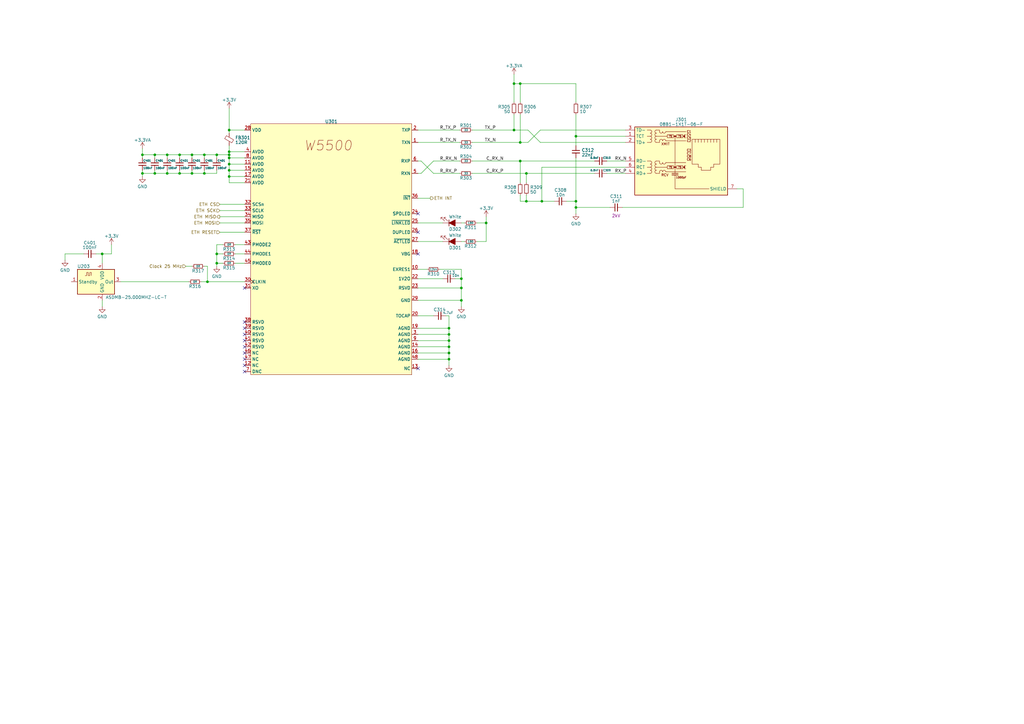
<source format=kicad_sch>
(kicad_sch (version 20230121) (generator eeschema)

  (uuid e74f9b3d-999b-4b65-8e6d-5f3ce443e983)

  (paper "A3")

  (lib_symbols
    (symbol "Device:C_Small" (pin_numbers hide) (pin_names (offset 0.254) hide) (in_bom yes) (on_board yes)
      (property "Reference" "C" (at 0.254 1.778 0)
        (effects (font (size 1.27 1.27)) (justify left))
      )
      (property "Value" "C_Small" (at 0.254 -2.032 0)
        (effects (font (size 1.27 1.27)) (justify left))
      )
      (property "Footprint" "" (at 0 0 0)
        (effects (font (size 1.27 1.27)) hide)
      )
      (property "Datasheet" "~" (at 0 0 0)
        (effects (font (size 1.27 1.27)) hide)
      )
      (property "ki_keywords" "capacitor cap" (at 0 0 0)
        (effects (font (size 1.27 1.27)) hide)
      )
      (property "ki_description" "Unpolarized capacitor, small symbol" (at 0 0 0)
        (effects (font (size 1.27 1.27)) hide)
      )
      (property "ki_fp_filters" "C_*" (at 0 0 0)
        (effects (font (size 1.27 1.27)) hide)
      )
      (symbol "C_Small_0_1"
        (polyline
          (pts
            (xy -1.524 -0.508)
            (xy 1.524 -0.508)
          )
          (stroke (width 0.3302) (type default))
          (fill (type none))
        )
        (polyline
          (pts
            (xy -1.524 0.508)
            (xy 1.524 0.508)
          )
          (stroke (width 0.3048) (type default))
          (fill (type none))
        )
      )
      (symbol "C_Small_1_1"
        (pin passive line (at 0 2.54 270) (length 2.032)
          (name "~" (effects (font (size 1.27 1.27))))
          (number "1" (effects (font (size 1.27 1.27))))
        )
        (pin passive line (at 0 -2.54 90) (length 2.032)
          (name "~" (effects (font (size 1.27 1.27))))
          (number "2" (effects (font (size 1.27 1.27))))
        )
      )
    )
    (symbol "Device:FerriteBead_Small" (pin_numbers hide) (pin_names (offset 0)) (in_bom yes) (on_board yes)
      (property "Reference" "FB" (at 1.905 1.27 0)
        (effects (font (size 1.27 1.27)) (justify left))
      )
      (property "Value" "FerriteBead_Small" (at 1.905 -1.27 0)
        (effects (font (size 1.27 1.27)) (justify left))
      )
      (property "Footprint" "" (at -1.778 0 90)
        (effects (font (size 1.27 1.27)) hide)
      )
      (property "Datasheet" "~" (at 0 0 0)
        (effects (font (size 1.27 1.27)) hide)
      )
      (property "ki_keywords" "L ferrite bead inductor filter" (at 0 0 0)
        (effects (font (size 1.27 1.27)) hide)
      )
      (property "ki_description" "Ferrite bead, small symbol" (at 0 0 0)
        (effects (font (size 1.27 1.27)) hide)
      )
      (property "ki_fp_filters" "Inductor_* L_* *Ferrite*" (at 0 0 0)
        (effects (font (size 1.27 1.27)) hide)
      )
      (symbol "FerriteBead_Small_0_1"
        (polyline
          (pts
            (xy 0 -1.27)
            (xy 0 -0.7874)
          )
          (stroke (width 0) (type default))
          (fill (type none))
        )
        (polyline
          (pts
            (xy 0 0.889)
            (xy 0 1.2954)
          )
          (stroke (width 0) (type default))
          (fill (type none))
        )
        (polyline
          (pts
            (xy -1.8288 0.2794)
            (xy -1.1176 1.4986)
            (xy 1.8288 -0.2032)
            (xy 1.1176 -1.4224)
            (xy -1.8288 0.2794)
          )
          (stroke (width 0) (type default))
          (fill (type none))
        )
      )
      (symbol "FerriteBead_Small_1_1"
        (pin passive line (at 0 2.54 270) (length 1.27)
          (name "~" (effects (font (size 1.27 1.27))))
          (number "1" (effects (font (size 1.27 1.27))))
        )
        (pin passive line (at 0 -2.54 90) (length 1.27)
          (name "~" (effects (font (size 1.27 1.27))))
          (number "2" (effects (font (size 1.27 1.27))))
        )
      )
    )
    (symbol "Device:LED_Filled" (pin_numbers hide) (pin_names (offset 1.016) hide) (in_bom yes) (on_board yes)
      (property "Reference" "D" (at 0 2.54 0)
        (effects (font (size 1.27 1.27)))
      )
      (property "Value" "LED_Filled" (at 0 -2.54 0)
        (effects (font (size 1.27 1.27)))
      )
      (property "Footprint" "" (at 0 0 0)
        (effects (font (size 1.27 1.27)) hide)
      )
      (property "Datasheet" "~" (at 0 0 0)
        (effects (font (size 1.27 1.27)) hide)
      )
      (property "ki_keywords" "LED diode" (at 0 0 0)
        (effects (font (size 1.27 1.27)) hide)
      )
      (property "ki_description" "Light emitting diode, filled shape" (at 0 0 0)
        (effects (font (size 1.27 1.27)) hide)
      )
      (property "ki_fp_filters" "LED* LED_SMD:* LED_THT:*" (at 0 0 0)
        (effects (font (size 1.27 1.27)) hide)
      )
      (symbol "LED_Filled_0_1"
        (polyline
          (pts
            (xy -1.27 -1.27)
            (xy -1.27 1.27)
          )
          (stroke (width 0.254) (type default))
          (fill (type none))
        )
        (polyline
          (pts
            (xy -1.27 0)
            (xy 1.27 0)
          )
          (stroke (width 0) (type default))
          (fill (type none))
        )
        (polyline
          (pts
            (xy 1.27 -1.27)
            (xy 1.27 1.27)
            (xy -1.27 0)
            (xy 1.27 -1.27)
          )
          (stroke (width 0.254) (type default))
          (fill (type outline))
        )
        (polyline
          (pts
            (xy -3.048 -0.762)
            (xy -4.572 -2.286)
            (xy -3.81 -2.286)
            (xy -4.572 -2.286)
            (xy -4.572 -1.524)
          )
          (stroke (width 0) (type default))
          (fill (type none))
        )
        (polyline
          (pts
            (xy -1.778 -0.762)
            (xy -3.302 -2.286)
            (xy -2.54 -2.286)
            (xy -3.302 -2.286)
            (xy -3.302 -1.524)
          )
          (stroke (width 0) (type default))
          (fill (type none))
        )
      )
      (symbol "LED_Filled_1_1"
        (pin passive line (at -3.81 0 0) (length 2.54)
          (name "K" (effects (font (size 1.27 1.27))))
          (number "1" (effects (font (size 1.27 1.27))))
        )
        (pin passive line (at 3.81 0 180) (length 2.54)
          (name "A" (effects (font (size 1.27 1.27))))
          (number "2" (effects (font (size 1.27 1.27))))
        )
      )
    )
    (symbol "Device:R_Small" (pin_numbers hide) (pin_names (offset 0.254) hide) (in_bom yes) (on_board yes)
      (property "Reference" "R" (at 0.762 0.508 0)
        (effects (font (size 1.27 1.27)) (justify left))
      )
      (property "Value" "R_Small" (at 0.762 -1.016 0)
        (effects (font (size 1.27 1.27)) (justify left))
      )
      (property "Footprint" "" (at 0 0 0)
        (effects (font (size 1.27 1.27)) hide)
      )
      (property "Datasheet" "~" (at 0 0 0)
        (effects (font (size 1.27 1.27)) hide)
      )
      (property "ki_keywords" "R resistor" (at 0 0 0)
        (effects (font (size 1.27 1.27)) hide)
      )
      (property "ki_description" "Resistor, small symbol" (at 0 0 0)
        (effects (font (size 1.27 1.27)) hide)
      )
      (property "ki_fp_filters" "R_*" (at 0 0 0)
        (effects (font (size 1.27 1.27)) hide)
      )
      (symbol "R_Small_0_1"
        (rectangle (start -0.762 1.778) (end 0.762 -1.778)
          (stroke (width 0.2032) (type default))
          (fill (type none))
        )
      )
      (symbol "R_Small_1_1"
        (pin passive line (at 0 2.54 270) (length 0.762)
          (name "~" (effects (font (size 1.27 1.27))))
          (number "1" (effects (font (size 1.27 1.27))))
        )
        (pin passive line (at 0 -2.54 90) (length 0.762)
          (name "~" (effects (font (size 1.27 1.27))))
          (number "2" (effects (font (size 1.27 1.27))))
        )
      )
    )
    (symbol "Findersee_parts:08B1-1X1T-06-F" (in_bom yes) (on_board yes)
      (property "Reference" "J" (at 0 1.27 0)
        (effects (font (size 1.27 1.27)))
      )
      (property "Value" "08B1-1X1T-06-F" (at 29.21 1.27 0)
        (effects (font (size 1.27 1.27)))
      )
      (property "Footprint" "" (at 0 0 0)
        (effects (font (size 1.27 1.27)) hide)
      )
      (property "Datasheet" "" (at 0 0 0)
        (effects (font (size 1.27 1.27)) hide)
      )
      (property "Manufacturer" "Bel Fuse Inc." (at 6.35 -29.21 0)
        (effects (font (size 1.27 1.27)) hide)
      )
      (symbol "08B1-1X1T-06-F_0_0"
        (polyline
          (pts
            (xy 16.51 -3.81)
            (xy 16.51 -19.05)
          )
          (stroke (width 0) (type default))
          (fill (type none))
        )
        (polyline
          (pts
            (xy 17.78 -19.685)
            (xy 15.24 -19.685)
          )
          (stroke (width 0.254) (type default))
          (fill (type none))
        )
        (polyline
          (pts
            (xy 17.78 -19.05)
            (xy 15.24 -19.05)
          )
          (stroke (width 0.254) (type default))
          (fill (type none))
        )
        (polyline
          (pts
            (xy 20.32 -16.51)
            (xy 19.685 -16.51)
          )
          (stroke (width 0) (type default))
          (fill (type none))
        )
        (polyline
          (pts
            (xy 20.32 -3.81)
            (xy 19.685 -3.81)
          )
          (stroke (width 0) (type default))
          (fill (type none))
        )
        (polyline
          (pts
            (xy 20.955 -15.875)
            (xy 20.32 -15.875)
            (xy 20.32 -17.145)
            (xy 20.955 -17.145)
          )
          (stroke (width 0) (type default))
          (fill (type none))
        )
        (polyline
          (pts
            (xy 20.955 -3.175)
            (xy 20.32 -3.175)
            (xy 20.32 -4.445)
            (xy 20.955 -4.445)
          )
          (stroke (width 0) (type default))
          (fill (type none))
        )
        (circle (center 16.51 -16.51) (radius 0.254)
          (stroke (width 0.254) (type default))
          (fill (type outline))
        )
        (circle (center 16.51 -3.81) (radius 0.254)
          (stroke (width 0.254) (type default))
          (fill (type outline))
        )
        (circle (center 20.32 -16.51) (radius 0.254)
          (stroke (width 0.254) (type default))
          (fill (type outline))
        )
        (circle (center 20.32 -3.81) (radius 0.254)
          (stroke (width 0.254) (type default))
          (fill (type outline))
        )
        (text "1000pF" (at 19.05 -20.701 0)
          (effects (font (size 0.762 0.762)))
        )
        (text "75" (at 14.605 -16.51 0)
          (effects (font (size 0.762 0.762)))
        )
        (text "75" (at 14.605 -3.81 0)
          (effects (font (size 0.762 0.762)))
        )
        (text "75" (at 18.415 -16.51 0)
          (effects (font (size 0.762 0.762)))
        )
        (text "75" (at 18.415 -3.81 0)
          (effects (font (size 0.762 0.762)))
        )
        (text "C1" (at 22.225 -1.905 0)
          (effects (font (size 0.889 0.889)))
        )
        (text "C2" (at 22.225 -5.715 0)
          (effects (font (size 0.889 0.889)))
        )
        (text "C3" (at 22.225 -9.525 0)
          (effects (font (size 0.889 0.889)))
        )
        (text "C4" (at 22.225 -3.175 0)
          (effects (font (size 0.889 0.889)))
        )
        (text "C5" (at 22.225 -4.445 0)
          (effects (font (size 0.889 0.889)))
        )
        (text "C6" (at 22.225 -13.335 0)
          (effects (font (size 0.889 0.889)))
        )
        (text "C7" (at 22.225 -10.795 0)
          (effects (font (size 0.889 0.889)))
        )
        (text "C8" (at 22.225 -12.065 0)
          (effects (font (size 0.889 0.889)))
        )
        (text "RCV" (at 10.795 -19.685 0)
          (effects (font (size 1.016 1.016)) (justify left))
        )
        (text "XMIT" (at 10.795 -6.985 0)
          (effects (font (size 1.016 1.016)) (justify left))
        )
      )
      (symbol "08B1-1X1T-06-F_0_1"
        (polyline
          (pts
            (xy 6.35 -19.05)
            (xy 5.08 -19.05)
          )
          (stroke (width 0) (type default))
          (fill (type none))
        )
        (polyline
          (pts
            (xy 6.35 -16.51)
            (xy 5.08 -16.51)
          )
          (stroke (width 0) (type default))
          (fill (type none))
        )
        (polyline
          (pts
            (xy 6.35 -13.97)
            (xy 5.08 -13.97)
          )
          (stroke (width 0) (type default))
          (fill (type none))
        )
        (polyline
          (pts
            (xy 6.35 -6.35)
            (xy 5.08 -6.35)
          )
          (stroke (width 0) (type default))
          (fill (type none))
        )
        (polyline
          (pts
            (xy 6.35 -3.81)
            (xy 5.08 -3.81)
          )
          (stroke (width 0) (type default))
          (fill (type none))
        )
        (polyline
          (pts
            (xy 6.35 -1.27)
            (xy 5.08 -1.27)
          )
          (stroke (width 0) (type default))
          (fill (type none))
        )
        (polyline
          (pts
            (xy 12.7 -18.415)
            (xy 20.955 -18.415)
          )
          (stroke (width 0) (type default))
          (fill (type none))
        )
        (polyline
          (pts
            (xy 12.7 -14.605)
            (xy 20.955 -14.605)
          )
          (stroke (width 0) (type default))
          (fill (type none))
        )
        (polyline
          (pts
            (xy 12.7 -5.715)
            (xy 20.955 -5.715)
          )
          (stroke (width 0) (type default))
          (fill (type none))
        )
        (polyline
          (pts
            (xy 12.7 -1.905)
            (xy 20.955 -1.905)
          )
          (stroke (width 0) (type default))
          (fill (type none))
        )
        (polyline
          (pts
            (xy 13.335 -16.51)
            (xy 8.89 -16.51)
          )
          (stroke (width 0) (type default))
          (fill (type none))
        )
        (polyline
          (pts
            (xy 13.335 -3.81)
            (xy 8.89 -3.81)
          )
          (stroke (width 0) (type default))
          (fill (type none))
        )
        (polyline
          (pts
            (xy 15.875 -16.51)
            (xy 17.145 -16.51)
          )
          (stroke (width 0) (type default))
          (fill (type none))
        )
        (polyline
          (pts
            (xy 15.875 -3.81)
            (xy 17.145 -3.81)
          )
          (stroke (width 0) (type default))
          (fill (type none))
        )
        (polyline
          (pts
            (xy 24.765 -6.35)
            (xy 24.765 -5.08)
          )
          (stroke (width 0) (type default))
          (fill (type none))
        )
        (polyline
          (pts
            (xy 26.035 -5.08)
            (xy 26.035 -6.35)
          )
          (stroke (width 0) (type default))
          (fill (type none))
        )
        (polyline
          (pts
            (xy 27.305 -5.08)
            (xy 27.305 -6.35)
          )
          (stroke (width 0) (type default))
          (fill (type none))
        )
        (polyline
          (pts
            (xy 28.575 -5.08)
            (xy 28.575 -6.35)
          )
          (stroke (width 0) (type default))
          (fill (type none))
        )
        (polyline
          (pts
            (xy 29.845 -5.08)
            (xy 29.845 -6.35)
          )
          (stroke (width 0) (type default))
          (fill (type none))
        )
        (polyline
          (pts
            (xy 31.115 -5.08)
            (xy 31.115 -6.35)
          )
          (stroke (width 0) (type default))
          (fill (type none))
        )
        (polyline
          (pts
            (xy 32.385 -6.35)
            (xy 32.385 -5.08)
          )
          (stroke (width 0) (type default))
          (fill (type none))
        )
        (polyline
          (pts
            (xy 33.655 -6.35)
            (xy 33.655 -5.08)
          )
          (stroke (width 0) (type default))
          (fill (type none))
        )
        (polyline
          (pts
            (xy 39.37 -25.4)
            (xy 39.37 -25.4)
          )
          (stroke (width 0) (type default))
          (fill (type none))
        )
        (polyline
          (pts
            (xy 8.89 -13.97)
            (xy 10.16 -13.97)
            (xy 10.16 -14.605)
          )
          (stroke (width 0) (type default))
          (fill (type none))
        )
        (polyline
          (pts
            (xy 8.89 -1.27)
            (xy 10.16 -1.27)
            (xy 10.16 -1.905)
          )
          (stroke (width 0) (type default))
          (fill (type none))
        )
        (polyline
          (pts
            (xy 10.16 -18.415)
            (xy 10.16 -19.05)
            (xy 8.89 -19.05)
          )
          (stroke (width 0) (type default))
          (fill (type none))
        )
        (polyline
          (pts
            (xy 10.16 -5.715)
            (xy 10.16 -6.35)
            (xy 8.89 -6.35)
          )
          (stroke (width 0) (type default))
          (fill (type none))
        )
        (polyline
          (pts
            (xy 16.51 -19.685)
            (xy 16.51 -25.4)
            (xy 30.48 -25.4)
          )
          (stroke (width 0) (type default))
          (fill (type none))
        )
        (polyline
          (pts
            (xy 23.495 -5.08)
            (xy 34.925 -5.08)
            (xy 34.925 -15.24)
            (xy 32.385 -15.24)
            (xy 32.385 -16.51)
            (xy 31.115 -16.51)
            (xy 31.115 -17.78)
            (xy 27.305 -17.78)
            (xy 27.305 -16.51)
            (xy 26.035 -16.51)
            (xy 26.035 -15.24)
            (xy 23.495 -15.24)
            (xy 23.495 -5.08)
          )
          (stroke (width 0) (type default))
          (fill (type none))
        )
        (rectangle (start 0 0) (end 38.1 -27.94)
          (stroke (width 0.254) (type default))
          (fill (type background))
        )
        (arc (start 6.35 -19.05) (mid 6.9823 -18.415) (end 6.35 -17.78)
          (stroke (width 0) (type default))
          (fill (type none))
        )
        (arc (start 6.35 -17.78) (mid 6.9823 -17.145) (end 6.35 -16.51)
          (stroke (width 0) (type default))
          (fill (type none))
        )
        (arc (start 6.35 -16.51) (mid 6.9823 -15.875) (end 6.35 -15.24)
          (stroke (width 0) (type default))
          (fill (type none))
        )
        (arc (start 6.35 -15.24) (mid 6.9823 -14.605) (end 6.35 -13.97)
          (stroke (width 0) (type default))
          (fill (type none))
        )
        (arc (start 6.35 -6.35) (mid 6.9823 -5.715) (end 6.35 -5.08)
          (stroke (width 0) (type default))
          (fill (type none))
        )
        (arc (start 6.35 -5.08) (mid 6.9823 -4.445) (end 6.35 -3.81)
          (stroke (width 0) (type default))
          (fill (type none))
        )
        (arc (start 6.35 -3.81) (mid 6.9823 -3.175) (end 6.35 -2.54)
          (stroke (width 0) (type default))
          (fill (type none))
        )
        (arc (start 6.35 -2.54) (mid 6.9823 -1.905) (end 6.35 -1.27)
          (stroke (width 0) (type default))
          (fill (type none))
        )
        (arc (start 8.89 -17.78) (mid 8.2577 -18.415) (end 8.89 -19.05)
          (stroke (width 0) (type default))
          (fill (type none))
        )
        (arc (start 8.89 -16.51) (mid 8.2577 -17.145) (end 8.89 -17.78)
          (stroke (width 0) (type default))
          (fill (type none))
        )
        (arc (start 8.89 -15.24) (mid 8.2577 -15.875) (end 8.89 -16.51)
          (stroke (width 0) (type default))
          (fill (type none))
        )
        (arc (start 8.89 -13.97) (mid 8.2577 -14.605) (end 8.89 -15.24)
          (stroke (width 0) (type default))
          (fill (type none))
        )
        (arc (start 8.89 -5.08) (mid 8.2577 -5.715) (end 8.89 -6.35)
          (stroke (width 0) (type default))
          (fill (type none))
        )
        (arc (start 8.89 -3.81) (mid 8.2577 -4.445) (end 8.89 -5.08)
          (stroke (width 0) (type default))
          (fill (type none))
        )
        (arc (start 8.89 -2.54) (mid 8.2577 -3.175) (end 8.89 -3.81)
          (stroke (width 0) (type default))
          (fill (type none))
        )
        (arc (start 8.89 -1.27) (mid 8.2577 -1.905) (end 8.89 -2.54)
          (stroke (width 0) (type default))
          (fill (type none))
        )
        (arc (start 10.16 -14.605) (mid 10.795 -15.2373) (end 11.43 -14.605)
          (stroke (width 0) (type default))
          (fill (type none))
        )
        (arc (start 10.16 -1.905) (mid 10.795 -2.5373) (end 11.43 -1.905)
          (stroke (width 0) (type default))
          (fill (type none))
        )
        (arc (start 11.43 -18.415) (mid 10.795 -17.7827) (end 10.16 -18.415)
          (stroke (width 0) (type default))
          (fill (type none))
        )
        (arc (start 11.43 -14.605) (mid 12.065 -15.2373) (end 12.7 -14.605)
          (stroke (width 0) (type default))
          (fill (type none))
        )
        (arc (start 11.43 -5.715) (mid 10.795 -5.0827) (end 10.16 -5.715)
          (stroke (width 0) (type default))
          (fill (type none))
        )
        (arc (start 11.43 -1.905) (mid 12.065 -2.5373) (end 12.7 -1.905)
          (stroke (width 0) (type default))
          (fill (type none))
        )
        (arc (start 12.7 -18.415) (mid 12.065 -17.7827) (end 11.43 -18.415)
          (stroke (width 0) (type default))
          (fill (type none))
        )
        (arc (start 12.7 -5.715) (mid 12.065 -5.0827) (end 11.43 -5.715)
          (stroke (width 0) (type default))
          (fill (type none))
        )
        (rectangle (start 13.335 -15.875) (end 15.875 -17.145)
          (stroke (width 0) (type default))
          (fill (type none))
        )
        (rectangle (start 13.335 -3.175) (end 15.875 -4.445)
          (stroke (width 0) (type default))
          (fill (type none))
        )
        (rectangle (start 17.145 -15.875) (end 19.685 -17.145)
          (stroke (width 0) (type default))
          (fill (type none))
        )
        (rectangle (start 17.145 -3.175) (end 19.685 -4.445)
          (stroke (width 0) (type default))
          (fill (type none))
        )
      )
      (symbol "08B1-1X1T-06-F_1_1"
        (pin passive line (at -3.81 -3.81 0) (length 3.81)
          (name "TCT" (effects (font (size 1.27 1.27))))
          (number "1" (effects (font (size 1.27 1.27))))
        )
        (pin passive line (at -3.81 -6.35 0) (length 3.81)
          (name "TD+" (effects (font (size 1.27 1.27))))
          (number "2" (effects (font (size 1.27 1.27))))
        )
        (pin passive line (at -3.81 -1.27 0) (length 3.81)
          (name "TD-" (effects (font (size 1.27 1.27))))
          (number "3" (effects (font (size 1.27 1.27))))
        )
        (pin passive line (at -3.81 -19.05 0) (length 3.81)
          (name "RD+" (effects (font (size 1.27 1.27))))
          (number "4" (effects (font (size 1.27 1.27))))
        )
        (pin passive line (at -3.81 -13.97 0) (length 3.81)
          (name "RD-" (effects (font (size 1.27 1.27))))
          (number "5" (effects (font (size 1.27 1.27))))
        )
        (pin passive line (at -3.81 -16.51 0) (length 3.81)
          (name "RCT" (effects (font (size 1.27 1.27))))
          (number "6" (effects (font (size 1.27 1.27))))
        )
        (pin passive line (at 41.91 -25.4 180) (length 3.81)
          (name "SHIELD" (effects (font (size 1.27 1.27))))
          (number "7" (effects (font (size 1.27 1.27))))
        )
      )
    )
    (symbol "Findersee_parts:W5500" (in_bom yes) (on_board yes)
      (property "Reference" "U" (at 1.27 1.27 0)
        (effects (font (size 1.27 1.27)))
      )
      (property "Value" "W5500" (at 11.43 -104.14 0)
        (effects (font (size 1.27 1.27)) hide)
      )
      (property "Footprint" "" (at -2.54 0 0)
        (effects (font (size 1.27 1.27)) hide)
      )
      (property "Datasheet" "https://docs.wiznet.io/Product/iEthernet/W5500/datasheet" (at 29.21 -106.68 0)
        (effects (font (size 1.27 1.27)) hide)
      )
      (property "Manufacturer" "WIZnet" (at 2.54 -104.14 0)
        (effects (font (size 1.27 1.27)) hide)
      )
      (property "ki_description" "SPI Ethernet controller" (at 0 0 0)
        (effects (font (size 1.27 1.27)) hide)
      )
      (symbol "W5500_0_0"
        (pin passive line (at 68.58 -7.62 180) (length 2.54)
          (name "TXN" (effects (font (size 1.27 1.27))))
          (number "1" (effects (font (size 1.27 1.27))))
        )
        (pin passive line (at 68.58 -59.69 180) (length 2.54)
          (name "EXRES1" (effects (font (size 1.27 1.27))))
          (number "10" (effects (font (size 1.27 1.27))))
        )
        (pin power_in line (at -2.54 -16.51 0) (length 2.54)
          (name "AVDD" (effects (font (size 1.27 1.27))))
          (number "11" (effects (font (size 1.27 1.27))))
        )
        (pin passive line (at -2.54 -99.06 0) (length 2.54)
          (name "NC" (effects (font (size 1.27 1.27))))
          (number "12" (effects (font (size 1.27 1.27))))
        )
        (pin passive line (at 68.58 -100.33 180) (length 2.54)
          (name "NC" (effects (font (size 1.27 1.27))))
          (number "13" (effects (font (size 1.27 1.27))))
        )
        (pin power_in line (at 68.58 -91.44 180) (length 2.54)
          (name "AGND" (effects (font (size 1.27 1.27))))
          (number "14" (effects (font (size 1.27 1.27))))
        )
        (pin power_in line (at -2.54 -19.05 0) (length 2.54)
          (name "AVDD" (effects (font (size 1.27 1.27))))
          (number "15" (effects (font (size 1.27 1.27))))
        )
        (pin power_in line (at 68.58 -93.98 180) (length 2.54)
          (name "AGND" (effects (font (size 1.27 1.27))))
          (number "16" (effects (font (size 1.27 1.27))))
        )
        (pin power_in line (at -2.54 -21.59 0) (length 2.54)
          (name "AVDD" (effects (font (size 1.27 1.27))))
          (number "17" (effects (font (size 1.27 1.27))))
        )
        (pin passive line (at 68.58 -53.34 180) (length 2.54)
          (name "VBG" (effects (font (size 1.27 1.27))))
          (number "18" (effects (font (size 1.27 1.27))))
        )
        (pin power_in line (at 68.58 -83.82 180) (length 2.54)
          (name "AGND" (effects (font (size 1.27 1.27))))
          (number "19" (effects (font (size 1.27 1.27))))
        )
        (pin passive line (at 68.58 -2.54 180) (length 2.54)
          (name "TXP" (effects (font (size 1.27 1.27))))
          (number "2" (effects (font (size 1.27 1.27))))
        )
        (pin passive line (at 68.58 -78.74 180) (length 2.54)
          (name "TOCAP" (effects (font (size 1.27 1.27))))
          (number "20" (effects (font (size 1.27 1.27))))
        )
        (pin power_in line (at -2.54 -24.13 0) (length 2.54)
          (name "AVDD" (effects (font (size 1.27 1.27))))
          (number "21" (effects (font (size 1.27 1.27))))
        )
        (pin power_out line (at 68.58 -63.5 180) (length 2.54)
          (name "1V2O" (effects (font (size 1.27 1.27))))
          (number "22" (effects (font (size 1.27 1.27))))
        )
        (pin passive line (at 68.58 -67.31 180) (length 2.54)
          (name "RSVD" (effects (font (size 1.27 1.27))))
          (number "23" (effects (font (size 1.27 1.27))))
        )
        (pin output line (at 68.58 -36.83 180) (length 2.54)
          (name "SPDLED" (effects (font (size 1.27 1.27))))
          (number "24" (effects (font (size 1.27 1.27))))
        )
        (pin output line (at 68.58 -40.64 180) (length 2.54)
          (name "~{LINKLED}" (effects (font (size 1.27 1.27))))
          (number "25" (effects (font (size 1.27 1.27))))
        )
        (pin output line (at 68.58 -44.45 180) (length 2.54)
          (name "DUPLED" (effects (font (size 1.27 1.27))))
          (number "26" (effects (font (size 1.27 1.27))))
        )
        (pin output line (at 68.58 -48.26 180) (length 2.54)
          (name "~{ACTLED}" (effects (font (size 1.27 1.27))))
          (number "27" (effects (font (size 1.27 1.27))))
        )
        (pin power_in line (at -2.54 -2.54 0) (length 2.54)
          (name "VDD" (effects (font (size 1.27 1.27))))
          (number "28" (effects (font (size 1.27 1.27))))
        )
        (pin power_in line (at 68.58 -72.39 180) (length 2.54)
          (name "GND" (effects (font (size 1.27 1.27))))
          (number "29" (effects (font (size 1.27 1.27))))
        )
        (pin power_in line (at 68.58 -86.36 180) (length 2.54)
          (name "AGND" (effects (font (size 1.27 1.27))))
          (number "3" (effects (font (size 1.27 1.27))))
        )
        (pin input line (at -2.54 -64.77 0) (length 2.54)
          (name "XI" (effects (font (size 1.27 1.27))))
          (number "30" (effects (font (size 1.27 1.27))))
          (alternate "CLKIN" input clock)
        )
        (pin output line (at -2.54 -67.31 0) (length 2.54)
          (name "XO" (effects (font (size 1.27 1.27))))
          (number "31" (effects (font (size 1.27 1.27))))
        )
        (pin input line (at -2.54 -33.02 0) (length 2.54)
          (name "SCSn" (effects (font (size 1.27 1.27))))
          (number "32" (effects (font (size 1.27 1.27))))
        )
        (pin input line (at -2.54 -35.56 0) (length 2.54)
          (name "SCLK" (effects (font (size 1.27 1.27))))
          (number "33" (effects (font (size 1.27 1.27))))
        )
        (pin output line (at -2.54 -38.1 0) (length 2.54)
          (name "MISO" (effects (font (size 1.27 1.27))))
          (number "34" (effects (font (size 1.27 1.27))))
        )
        (pin input line (at -2.54 -40.64 0) (length 2.54)
          (name "MOSI" (effects (font (size 1.27 1.27))))
          (number "35" (effects (font (size 1.27 1.27))))
        )
        (pin output line (at 68.58 -30.48 180) (length 2.54)
          (name "~{INT}" (effects (font (size 1.27 1.27))))
          (number "36" (effects (font (size 1.27 1.27))))
        )
        (pin input line (at -2.54 -44.45 0) (length 2.54)
          (name "~{RST}" (effects (font (size 1.27 1.27))))
          (number "37" (effects (font (size 1.27 1.27))))
        )
        (pin passive line (at -2.54 -81.28 0) (length 2.54)
          (name "RSVD" (effects (font (size 1.27 1.27))))
          (number "38" (effects (font (size 1.27 1.27))))
        )
        (pin passive line (at -2.54 -83.82 0) (length 2.54)
          (name "RSVD" (effects (font (size 1.27 1.27))))
          (number "39" (effects (font (size 1.27 1.27))))
        )
        (pin power_in line (at -2.54 -11.43 0) (length 2.54)
          (name "AVDD" (effects (font (size 1.27 1.27))))
          (number "4" (effects (font (size 1.27 1.27))))
        )
        (pin passive line (at -2.54 -86.36 0) (length 2.54)
          (name "RSVD" (effects (font (size 1.27 1.27))))
          (number "40" (effects (font (size 1.27 1.27))))
        )
        (pin passive line (at -2.54 -88.9 0) (length 2.54)
          (name "RSVD" (effects (font (size 1.27 1.27))))
          (number "41" (effects (font (size 1.27 1.27))))
        )
        (pin passive line (at -2.54 -91.44 0) (length 2.54)
          (name "RSVD" (effects (font (size 1.27 1.27))))
          (number "42" (effects (font (size 1.27 1.27))))
        )
        (pin input line (at -2.54 -49.53 0) (length 2.54)
          (name "PMODE2" (effects (font (size 1.27 1.27))))
          (number "43" (effects (font (size 1.27 1.27))))
        )
        (pin input line (at -2.54 -53.34 0) (length 2.54)
          (name "PMODE1" (effects (font (size 1.27 1.27))))
          (number "44" (effects (font (size 1.27 1.27))))
        )
        (pin input line (at -2.54 -57.15 0) (length 2.54)
          (name "PMODE0" (effects (font (size 1.27 1.27))))
          (number "45" (effects (font (size 1.27 1.27))))
        )
        (pin passive line (at -2.54 -93.98 0) (length 2.54)
          (name "NC" (effects (font (size 1.27 1.27))))
          (number "46" (effects (font (size 1.27 1.27))))
        )
        (pin passive line (at -2.54 -96.52 0) (length 2.54)
          (name "NC" (effects (font (size 1.27 1.27))))
          (number "47" (effects (font (size 1.27 1.27))))
        )
        (pin power_in line (at 68.58 -96.52 180) (length 2.54)
          (name "AGND" (effects (font (size 1.27 1.27))))
          (number "48" (effects (font (size 1.27 1.27))))
        )
        (pin passive line (at 68.58 -20.32 180) (length 2.54)
          (name "RXN" (effects (font (size 1.27 1.27))))
          (number "5" (effects (font (size 1.27 1.27))))
        )
        (pin passive line (at 68.58 -15.24 180) (length 2.54)
          (name "RXP" (effects (font (size 1.27 1.27))))
          (number "6" (effects (font (size 1.27 1.27))))
        )
        (pin passive line (at -2.54 -101.6 0) (length 2.54)
          (name "DNC" (effects (font (size 1.27 1.27))))
          (number "7" (effects (font (size 1.27 1.27))))
        )
        (pin power_in line (at -2.54 -13.97 0) (length 2.54)
          (name "AVDD" (effects (font (size 1.27 1.27))))
          (number "8" (effects (font (size 1.27 1.27))))
        )
        (pin power_in line (at 68.58 -88.9 180) (length 2.54)
          (name "AGND" (effects (font (size 1.27 1.27))))
          (number "9" (effects (font (size 1.27 1.27))))
        )
      )
      (symbol "W5500_0_1"
        (rectangle (start 0 0) (end 66.04 -102.87)
          (stroke (width 0) (type default))
          (fill (type background))
        )
        (text "W5500" (at 31.75 -8.89 0)
          (effects (font (size 4 4) italic))
        )
      )
    )
    (symbol "Oscillator:ASDMB-xxxMHz" (in_bom yes) (on_board yes)
      (property "Reference" "U" (at -6.35 6.35 0)
        (effects (font (size 1.27 1.27)))
      )
      (property "Value" "ASDMB-xxxMHz" (at 11.43 6.35 0)
        (effects (font (size 1.27 1.27)))
      )
      (property "Footprint" "Oscillator:Oscillator_SMD_Abracon_ASDMB-4Pin_2.5x2.0mm" (at 0 0 0)
        (effects (font (size 1.27 1.27)) hide)
      )
      (property "Datasheet" "https://abracon.com/Oscillators/ASDMB.pdf" (at 7.62 11.43 0)
        (effects (font (size 1.27 1.27)) hide)
      )
      (property "ki_keywords" "1.8-3.3V SMD Ultra Miniature Crystal Clock Oscillator" (at 0 0 0)
        (effects (font (size 1.27 1.27)) hide)
      )
      (property "ki_description" "1.8-3.3V SMD Ultra Miniature Crystal Clock Oscillator, Abracon" (at 0 0 0)
        (effects (font (size 1.27 1.27)) hide)
      )
      (property "ki_fp_filters" "Oscillator*SMD*Abracon*ASDMB*2.5x2.0mm*" (at 0 0 0)
        (effects (font (size 1.27 1.27)) hide)
      )
      (symbol "ASDMB-xxxMHz_1_1"
        (rectangle (start -7.62 5.08) (end 7.62 -5.08)
          (stroke (width 0.254) (type default))
          (fill (type background))
        )
        (polyline
          (pts
            (xy -4.445 2.54)
            (xy -3.81 2.54)
            (xy -3.81 3.81)
            (xy -3.175 3.81)
            (xy -3.175 2.54)
            (xy -2.54 2.54)
            (xy -2.54 3.81)
            (xy -1.905 3.81)
            (xy -1.905 2.54)
          )
          (stroke (width 0) (type default))
          (fill (type none))
        )
        (pin input line (at -10.16 0 0) (length 2.54)
          (name "Standby" (effects (font (size 1.27 1.27))))
          (number "1" (effects (font (size 1.27 1.27))))
        )
        (pin power_in line (at 2.54 -7.62 90) (length 2.54)
          (name "GND" (effects (font (size 1.27 1.27))))
          (number "2" (effects (font (size 1.27 1.27))))
        )
        (pin output line (at 10.16 0 180) (length 2.54)
          (name "Out" (effects (font (size 1.27 1.27))))
          (number "3" (effects (font (size 1.27 1.27))))
        )
        (pin power_in line (at 2.54 7.62 270) (length 2.54)
          (name "VDD" (effects (font (size 1.27 1.27))))
          (number "4" (effects (font (size 1.27 1.27))))
        )
      )
    )
    (symbol "power:+3.3V" (power) (pin_names (offset 0)) (in_bom yes) (on_board yes)
      (property "Reference" "#PWR" (at 0 -3.81 0)
        (effects (font (size 1.27 1.27)) hide)
      )
      (property "Value" "+3.3V" (at 0 3.556 0)
        (effects (font (size 1.27 1.27)))
      )
      (property "Footprint" "" (at 0 0 0)
        (effects (font (size 1.27 1.27)) hide)
      )
      (property "Datasheet" "" (at 0 0 0)
        (effects (font (size 1.27 1.27)) hide)
      )
      (property "ki_keywords" "global power" (at 0 0 0)
        (effects (font (size 1.27 1.27)) hide)
      )
      (property "ki_description" "Power symbol creates a global label with name \"+3.3V\"" (at 0 0 0)
        (effects (font (size 1.27 1.27)) hide)
      )
      (symbol "+3.3V_0_1"
        (polyline
          (pts
            (xy -0.762 1.27)
            (xy 0 2.54)
          )
          (stroke (width 0) (type default))
          (fill (type none))
        )
        (polyline
          (pts
            (xy 0 0)
            (xy 0 2.54)
          )
          (stroke (width 0) (type default))
          (fill (type none))
        )
        (polyline
          (pts
            (xy 0 2.54)
            (xy 0.762 1.27)
          )
          (stroke (width 0) (type default))
          (fill (type none))
        )
      )
      (symbol "+3.3V_1_1"
        (pin power_in line (at 0 0 90) (length 0) hide
          (name "+3.3V" (effects (font (size 1.27 1.27))))
          (number "1" (effects (font (size 1.27 1.27))))
        )
      )
    )
    (symbol "power:+3.3VA" (power) (pin_names (offset 0)) (in_bom yes) (on_board yes)
      (property "Reference" "#PWR" (at 0 -3.81 0)
        (effects (font (size 1.27 1.27)) hide)
      )
      (property "Value" "+3.3VA" (at 0 3.556 0)
        (effects (font (size 1.27 1.27)))
      )
      (property "Footprint" "" (at 0 0 0)
        (effects (font (size 1.27 1.27)) hide)
      )
      (property "Datasheet" "" (at 0 0 0)
        (effects (font (size 1.27 1.27)) hide)
      )
      (property "ki_keywords" "global power" (at 0 0 0)
        (effects (font (size 1.27 1.27)) hide)
      )
      (property "ki_description" "Power symbol creates a global label with name \"+3.3VA\"" (at 0 0 0)
        (effects (font (size 1.27 1.27)) hide)
      )
      (symbol "+3.3VA_0_1"
        (polyline
          (pts
            (xy -0.762 1.27)
            (xy 0 2.54)
          )
          (stroke (width 0) (type default))
          (fill (type none))
        )
        (polyline
          (pts
            (xy 0 0)
            (xy 0 2.54)
          )
          (stroke (width 0) (type default))
          (fill (type none))
        )
        (polyline
          (pts
            (xy 0 2.54)
            (xy 0.762 1.27)
          )
          (stroke (width 0) (type default))
          (fill (type none))
        )
      )
      (symbol "+3.3VA_1_1"
        (pin power_in line (at 0 0 90) (length 0) hide
          (name "+3.3VA" (effects (font (size 1.27 1.27))))
          (number "1" (effects (font (size 1.27 1.27))))
        )
      )
    )
    (symbol "power:GND" (power) (pin_names (offset 0)) (in_bom yes) (on_board yes)
      (property "Reference" "#PWR" (at 0 -6.35 0)
        (effects (font (size 1.27 1.27)) hide)
      )
      (property "Value" "GND" (at 0 -3.81 0)
        (effects (font (size 1.27 1.27)))
      )
      (property "Footprint" "" (at 0 0 0)
        (effects (font (size 1.27 1.27)) hide)
      )
      (property "Datasheet" "" (at 0 0 0)
        (effects (font (size 1.27 1.27)) hide)
      )
      (property "ki_keywords" "global power" (at 0 0 0)
        (effects (font (size 1.27 1.27)) hide)
      )
      (property "ki_description" "Power symbol creates a global label with name \"GND\" , ground" (at 0 0 0)
        (effects (font (size 1.27 1.27)) hide)
      )
      (symbol "GND_0_1"
        (polyline
          (pts
            (xy 0 0)
            (xy 0 -1.27)
            (xy 1.27 -1.27)
            (xy 0 -2.54)
            (xy -1.27 -1.27)
            (xy 0 -1.27)
          )
          (stroke (width 0) (type default))
          (fill (type none))
        )
      )
      (symbol "GND_1_1"
        (pin power_in line (at 0 0 270) (length 0) hide
          (name "GND" (effects (font (size 1.27 1.27))))
          (number "1" (effects (font (size 1.27 1.27))))
        )
      )
    )
  )

  (junction (at 73.66 71.12) (diameter 0) (color 0 0 0 0)
    (uuid 0cda5b09-562a-4577-88ff-c9d7922e6e76)
  )
  (junction (at 78.74 71.12) (diameter 0) (color 0 0 0 0)
    (uuid 113f9769-8d10-43c9-8be3-fb756fa76d85)
  )
  (junction (at 222.25 82.55) (diameter 0) (color 0 0 0 0)
    (uuid 17024ff3-6097-45ac-a66a-6fed3ac2bb3a)
  )
  (junction (at 215.9 71.12) (diameter 0) (color 0 0 0 0)
    (uuid 1b6c78f9-a263-4b2e-924b-73f6b6b74eb0)
  )
  (junction (at 63.5 63.5) (diameter 0) (color 0 0 0 0)
    (uuid 20381bc4-901e-46c0-86ad-d2dee7a809c1)
  )
  (junction (at 184.15 139.7) (diameter 0) (color 0 0 0 0)
    (uuid 20c8456e-af66-44d9-afd0-76c693f324bb)
  )
  (junction (at 93.98 69.85) (diameter 0) (color 0 0 0 0)
    (uuid 2196b6d5-759f-4a54-ac78-7780c85c989c)
  )
  (junction (at 73.66 63.5) (diameter 0) (color 0 0 0 0)
    (uuid 227605d6-9d72-4d2a-b996-51f76b8b86d7)
  )
  (junction (at 88.9 104.14) (diameter 0) (color 0 0 0 0)
    (uuid 32d7bcec-faeb-4e70-8533-86d91a9d0ff1)
  )
  (junction (at 88.9 107.95) (diameter 0) (color 0 0 0 0)
    (uuid 44bd28fb-01d5-4046-8520-e48a15016988)
  )
  (junction (at 88.9 63.5) (diameter 0) (color 0 0 0 0)
    (uuid 5b7d4e6a-8377-4af4-81dd-7fdeb755a52f)
  )
  (junction (at 93.98 63.5) (diameter 0) (color 0 0 0 0)
    (uuid 5f365f10-d409-4819-abc5-10cd9900ca7b)
  )
  (junction (at 184.15 137.16) (diameter 0) (color 0 0 0 0)
    (uuid 73dc6953-4d71-48a1-b390-3bdcaa372847)
  )
  (junction (at 184.15 142.24) (diameter 0) (color 0 0 0 0)
    (uuid 7857dccf-3395-445d-9a8f-63829c297c19)
  )
  (junction (at 83.82 71.12) (diameter 0) (color 0 0 0 0)
    (uuid 7eaeaf80-4a16-4ff3-ae94-ac83ac5aaccf)
  )
  (junction (at 58.42 71.12) (diameter 0) (color 0 0 0 0)
    (uuid 7f2c5c63-f360-44ab-bd76-7308dde4edfb)
  )
  (junction (at 213.36 66.04) (diameter 0) (color 0 0 0 0)
    (uuid 7ff6f03f-2d34-4287-8caa-98ff6d71819f)
  )
  (junction (at 83.82 63.5) (diameter 0) (color 0 0 0 0)
    (uuid 82efdf71-1c9c-430e-af12-218f123571cb)
  )
  (junction (at 93.98 53.34) (diameter 0) (color 0 0 0 0)
    (uuid 8ae1cd3f-00c3-4678-a1d7-a615664e6864)
  )
  (junction (at 189.23 123.19) (diameter 0) (color 0 0 0 0)
    (uuid 8d9bb7f9-6d7a-4064-b806-790369ab47b9)
  )
  (junction (at 184.15 144.78) (diameter 0) (color 0 0 0 0)
    (uuid 8fc6cbd2-4cfa-4998-9ee0-5af519536dde)
  )
  (junction (at 210.82 53.34) (diameter 0) (color 0 0 0 0)
    (uuid 945f47ce-ec7f-44c8-a7d7-75f9b76faa0a)
  )
  (junction (at 189.23 118.11) (diameter 0) (color 0 0 0 0)
    (uuid a14d691c-f37a-404e-8f11-0f734a8d8de7)
  )
  (junction (at 236.22 85.09) (diameter 0) (color 0 0 0 0)
    (uuid a3c6981f-39ce-46ab-ab60-75390803b74b)
  )
  (junction (at 78.74 63.5) (diameter 0) (color 0 0 0 0)
    (uuid a78023c8-6272-4b82-b2cc-a9424078e1c6)
  )
  (junction (at 236.22 55.88) (diameter 0) (color 0 0 0 0)
    (uuid b708745b-760a-43e2-aae6-3693597692fd)
  )
  (junction (at 213.36 58.42) (diameter 0) (color 0 0 0 0)
    (uuid bc3500d7-ad44-453d-b8bc-297dd1658f5c)
  )
  (junction (at 68.58 63.5) (diameter 0) (color 0 0 0 0)
    (uuid bdfce39b-aafa-47ff-8050-32d915d2e52a)
  )
  (junction (at 184.15 147.32) (diameter 0) (color 0 0 0 0)
    (uuid becd80da-8330-4b14-8ba5-ac8fa33c564d)
  )
  (junction (at 236.22 82.55) (diameter 0) (color 0 0 0 0)
    (uuid c394ce25-f0ef-4105-9b83-0b6da52f397d)
  )
  (junction (at 85.09 115.57) (diameter 0) (color 0 0 0 0)
    (uuid ca65e12e-b35f-4f59-8519-58b558dc12a1)
  )
  (junction (at 93.98 72.39) (diameter 0) (color 0 0 0 0)
    (uuid cc3cb229-5fa4-4100-863c-950d80a903b4)
  )
  (junction (at 210.82 34.29) (diameter 0) (color 0 0 0 0)
    (uuid cffffa58-3383-4aa7-ab83-69d926c4d660)
  )
  (junction (at 184.15 134.62) (diameter 0) (color 0 0 0 0)
    (uuid d2fde35e-2035-4dfe-beac-5fa726d0fd82)
  )
  (junction (at 68.58 71.12) (diameter 0) (color 0 0 0 0)
    (uuid d4e09936-a77a-41c2-9405-06c7367d9e69)
  )
  (junction (at 63.5 71.12) (diameter 0) (color 0 0 0 0)
    (uuid d9bc3018-c114-4927-8473-dc8099b2683b)
  )
  (junction (at 93.98 64.77) (diameter 0) (color 0 0 0 0)
    (uuid da261219-8ced-40f6-87f9-005bb4cde067)
  )
  (junction (at 58.42 63.5) (diameter 0) (color 0 0 0 0)
    (uuid dcba4874-8e36-4807-968a-ec2d428642b5)
  )
  (junction (at 213.36 34.29) (diameter 0) (color 0 0 0 0)
    (uuid e706bbcb-d267-4f38-ac9d-111cf600a760)
  )
  (junction (at 215.9 82.55) (diameter 0) (color 0 0 0 0)
    (uuid e9cd0ed9-b95b-4b36-aafa-a054b5fbc91e)
  )
  (junction (at 41.91 104.14) (diameter 0) (color 0 0 0 0)
    (uuid ed5d7208-f56f-4e60-89ef-f8cf22b10922)
  )
  (junction (at 199.39 91.44) (diameter 0) (color 0 0 0 0)
    (uuid f42620f1-f9ec-4fdd-b305-02a2a8bf0f1e)
  )
  (junction (at 189.23 114.3) (diameter 0) (color 0 0 0 0)
    (uuid f461bce3-f691-4afc-aa06-955abeb41fc2)
  )
  (junction (at 93.98 62.23) (diameter 0) (color 0 0 0 0)
    (uuid fbdcaa0f-5d9f-46a4-bce3-11f0ae952a2b)
  )
  (junction (at 93.98 67.31) (diameter 0) (color 0 0 0 0)
    (uuid ff25eb9d-0189-4b5b-9801-11a1c3f3a89d)
  )

  (no_connect (at 100.33 147.32) (uuid 22176fe1-5c7c-4ad4-a9f8-4ef561badd01))
  (no_connect (at 171.45 151.13) (uuid 3578343a-1612-449e-b47f-0cea59f0e127))
  (no_connect (at 100.33 118.11) (uuid 41d6fa2b-f81d-49c2-ac5e-3c1dc4910b6d))
  (no_connect (at 100.33 152.4) (uuid 4a7cbd0f-e614-40fe-871d-e7d288b037da))
  (no_connect (at 171.45 87.63) (uuid 4aff5c8a-0466-4b6d-aa3c-f076da8fd511))
  (no_connect (at 171.45 95.25) (uuid 5efd973e-f864-42e4-85e1-0ab67c40250d))
  (no_connect (at 100.33 139.7) (uuid 6e4652e8-6f50-4c14-867a-961d4e8b517a))
  (no_connect (at 100.33 144.78) (uuid 9d37b1b2-bd0c-4402-8fe9-be3bd1a23a39))
  (no_connect (at 100.33 134.62) (uuid b20a06cf-9d93-4648-9b09-0993277f5994))
  (no_connect (at 100.33 142.24) (uuid b56082c0-08d3-4eb8-803a-c63eb05c6eff))
  (no_connect (at 100.33 132.08) (uuid caebb9b0-88bf-4f90-a4bc-494e0a6338d5))
  (no_connect (at 100.33 137.16) (uuid e2bdd67b-fab4-4cfe-b686-d2ca3b1f7afa))
  (no_connect (at 171.45 104.14) (uuid f463d870-a5a9-4b6e-bb51-5e1f20e14909))
  (no_connect (at 100.33 149.86) (uuid fb9678e0-b0d1-4e9e-8111-9d02a92574db))

  (wire (pts (xy 78.74 71.12) (xy 83.82 71.12))
    (stroke (width 0) (type default))
    (uuid 032edcf6-617a-4fbe-9482-079fcaeb164c)
  )
  (wire (pts (xy 189.23 123.19) (xy 189.23 125.73))
    (stroke (width 0) (type default))
    (uuid 03ae839e-51cf-4f21-ae9a-e6611716244e)
  )
  (wire (pts (xy 236.22 64.77) (xy 236.22 82.55))
    (stroke (width 0) (type default))
    (uuid 04b1d537-11ad-4d8f-8751-0052f89a5c10)
  )
  (wire (pts (xy 100.33 72.39) (xy 93.98 72.39))
    (stroke (width 0) (type default))
    (uuid 06bdee21-0f66-48f0-9e01-a8bdbb3a37fa)
  )
  (wire (pts (xy 189.23 99.06) (xy 190.5 99.06))
    (stroke (width 0) (type default))
    (uuid 06df11de-7230-4cfa-830b-ac955f23564b)
  )
  (wire (pts (xy 177.8 66.04) (xy 172.72 71.12))
    (stroke (width 0) (type default))
    (uuid 07e92149-a195-4bae-bd78-033385648e90)
  )
  (wire (pts (xy 171.45 91.44) (xy 181.61 91.44))
    (stroke (width 0) (type default))
    (uuid 0a28413a-eb10-4c3b-8d2c-e6adc7c2141c)
  )
  (wire (pts (xy 96.52 104.14) (xy 100.33 104.14))
    (stroke (width 0) (type default))
    (uuid 0b376011-73aa-459c-bf2c-55e86f427e89)
  )
  (wire (pts (xy 213.36 66.04) (xy 243.84 66.04))
    (stroke (width 0) (type default))
    (uuid 0b62fa46-b08e-48f5-b7c3-28c6a3cdf39f)
  )
  (wire (pts (xy 88.9 107.95) (xy 88.9 109.22))
    (stroke (width 0) (type default))
    (uuid 0cb8cb90-47bc-4bb1-bdbf-1fda61cbd6ba)
  )
  (wire (pts (xy 171.45 99.06) (xy 181.61 99.06))
    (stroke (width 0) (type default))
    (uuid 0e1a3824-c218-415d-9bf2-42935a6ec58d)
  )
  (wire (pts (xy 171.45 66.04) (xy 172.72 66.04))
    (stroke (width 0) (type default))
    (uuid 0f844ab7-2563-4029-bc2e-53b32810117f)
  )
  (wire (pts (xy 199.39 88.9) (xy 199.39 91.44))
    (stroke (width 0) (type default))
    (uuid 12ed659e-7e59-4ea9-829f-4d5a596959d3)
  )
  (wire (pts (xy 93.98 62.23) (xy 100.33 62.23))
    (stroke (width 0) (type default))
    (uuid 12f446a3-ff61-4648-8d60-d02b1844cbd3)
  )
  (wire (pts (xy 88.9 63.5) (xy 88.9 64.77))
    (stroke (width 0) (type default))
    (uuid 169bfcb3-5156-4e1a-b519-62826865923d)
  )
  (wire (pts (xy 88.9 63.5) (xy 93.98 63.5))
    (stroke (width 0) (type default))
    (uuid 18639a59-e8d4-4ea0-91e0-09cd0b468a4c)
  )
  (wire (pts (xy 210.82 30.48) (xy 210.82 34.29))
    (stroke (width 0) (type default))
    (uuid 19467808-5118-4684-9225-6b3db6cb68d9)
  )
  (wire (pts (xy 184.15 144.78) (xy 184.15 142.24))
    (stroke (width 0) (type default))
    (uuid 1981d460-0f7e-48e2-916c-506805a0d700)
  )
  (wire (pts (xy 58.42 60.96) (xy 58.42 63.5))
    (stroke (width 0) (type default))
    (uuid 198d724b-8d69-4058-89d6-927c87e1b910)
  )
  (wire (pts (xy 215.9 82.55) (xy 215.9 80.01))
    (stroke (width 0) (type default))
    (uuid 1f1e0e3f-4215-405e-85a3-f5782db2f0c8)
  )
  (wire (pts (xy 186.69 114.3) (xy 189.23 114.3))
    (stroke (width 0) (type default))
    (uuid 1f69ea7e-f9e2-482d-88a2-fd81fd621202)
  )
  (wire (pts (xy 73.66 63.5) (xy 68.58 63.5))
    (stroke (width 0) (type default))
    (uuid 1f914663-d197-4959-a03a-7c2d797e2f31)
  )
  (wire (pts (xy 83.82 63.5) (xy 83.82 64.77))
    (stroke (width 0) (type default))
    (uuid 1f97e364-5125-4144-ab62-4b4ae185b159)
  )
  (wire (pts (xy 68.58 63.5) (xy 63.5 63.5))
    (stroke (width 0) (type default))
    (uuid 1fb16790-b586-44c1-b377-b3730def20af)
  )
  (wire (pts (xy 83.82 71.12) (xy 83.82 69.85))
    (stroke (width 0) (type default))
    (uuid 20fcc4f5-0fda-4b65-82af-a80f60011542)
  )
  (wire (pts (xy 215.9 71.12) (xy 243.84 71.12))
    (stroke (width 0) (type default))
    (uuid 230e4753-5c27-4a4d-b85e-04a6047e6db3)
  )
  (wire (pts (xy 256.54 53.34) (xy 221.615 53.34))
    (stroke (width 0) (type default))
    (uuid 23604568-dafc-4771-bcc4-d4e92b77fb59)
  )
  (wire (pts (xy 236.22 85.09) (xy 250.19 85.09))
    (stroke (width 0) (type default))
    (uuid 2376a906-68db-4b9d-b637-098cd0216a4b)
  )
  (wire (pts (xy 236.22 41.91) (xy 236.22 34.29))
    (stroke (width 0) (type default))
    (uuid 247afc8e-f648-4421-b6ac-c1069e89ba88)
  )
  (wire (pts (xy 93.98 63.5) (xy 93.98 62.23))
    (stroke (width 0) (type default))
    (uuid 257e5846-adf9-4f1f-bb73-7f9a3f082d18)
  )
  (wire (pts (xy 93.98 64.77) (xy 93.98 63.5))
    (stroke (width 0) (type default))
    (uuid 25a378ef-74c4-48ef-b0ea-1cf6b9cd7f4f)
  )
  (wire (pts (xy 210.82 53.34) (xy 216.535 53.34))
    (stroke (width 0) (type default))
    (uuid 25dfe0c3-688c-49cb-adee-5afd75c4f86d)
  )
  (wire (pts (xy 88.9 71.12) (xy 88.9 69.85))
    (stroke (width 0) (type default))
    (uuid 2793e2e9-5be3-4c71-a135-31402143e632)
  )
  (wire (pts (xy 171.45 58.42) (xy 188.595 58.42))
    (stroke (width 0) (type default))
    (uuid 29c814a1-fa55-476a-8526-49c8dbd49a09)
  )
  (wire (pts (xy 63.5 71.12) (xy 68.58 71.12))
    (stroke (width 0) (type default))
    (uuid 2a406ce9-b721-4754-9404-afcd4a6c356b)
  )
  (wire (pts (xy 189.23 123.19) (xy 189.23 118.11))
    (stroke (width 0) (type default))
    (uuid 2a97c3f3-d213-474f-aa01-e8bc95ec36bd)
  )
  (wire (pts (xy 41.91 123.19) (xy 41.91 125.73))
    (stroke (width 0) (type default))
    (uuid 2bd5ab1c-15d3-45a3-88e3-d1d2f43ab1ab)
  )
  (wire (pts (xy 177.8 71.12) (xy 188.595 71.12))
    (stroke (width 0) (type default))
    (uuid 2d37bd5d-b3b2-48c5-9d86-818c75c6e7c6)
  )
  (wire (pts (xy 63.5 63.5) (xy 63.5 64.77))
    (stroke (width 0) (type default))
    (uuid 2df8ff14-e15c-4e0a-b4e5-2767f049a430)
  )
  (wire (pts (xy 193.675 71.12) (xy 215.9 71.12))
    (stroke (width 0) (type default))
    (uuid 2e966a53-39c6-4d53-9ff2-7952663d41f2)
  )
  (wire (pts (xy 213.36 80.01) (xy 213.36 82.55))
    (stroke (width 0) (type default))
    (uuid 3238c041-0faf-4e92-82d6-2ec24c1e1684)
  )
  (wire (pts (xy 91.44 107.95) (xy 88.9 107.95))
    (stroke (width 0) (type default))
    (uuid 364ffdb7-1055-4497-964d-2a364349c761)
  )
  (wire (pts (xy 90.17 86.36) (xy 100.33 86.36))
    (stroke (width 0) (type default))
    (uuid 365d658a-bc1d-4ae8-b801-c4f3634ea14e)
  )
  (wire (pts (xy 93.98 44.45) (xy 93.98 53.34))
    (stroke (width 0) (type default))
    (uuid 38c937f9-acdb-4da6-93f2-7ad1e96ffe57)
  )
  (wire (pts (xy 193.675 58.42) (xy 213.36 58.42))
    (stroke (width 0) (type default))
    (uuid 3949530f-a9a2-48ce-b26a-1f531b0e34ea)
  )
  (wire (pts (xy 90.17 95.25) (xy 100.33 95.25))
    (stroke (width 0) (type default))
    (uuid 39fa0bf3-6af9-4941-8d33-c4b511c32598)
  )
  (wire (pts (xy 199.39 91.44) (xy 199.39 99.06))
    (stroke (width 0) (type default))
    (uuid 3b0909bf-c0c4-4278-b48e-f8e1e899d831)
  )
  (wire (pts (xy 85.09 115.57) (xy 85.09 109.22))
    (stroke (width 0) (type default))
    (uuid 3cc56333-b33e-4cb8-ac9b-838725cc2121)
  )
  (wire (pts (xy 68.58 63.5) (xy 68.58 64.77))
    (stroke (width 0) (type default))
    (uuid 3cce6934-f886-4d09-87f0-51f8d984e237)
  )
  (wire (pts (xy 45.72 100.33) (xy 45.72 104.14))
    (stroke (width 0) (type default))
    (uuid 42112328-621f-4791-87d7-db2b1ee54fcb)
  )
  (wire (pts (xy 172.72 66.04) (xy 177.8 71.12))
    (stroke (width 0) (type default))
    (uuid 4246cd8e-93d7-4aaf-af8e-d4fed2af432e)
  )
  (wire (pts (xy 90.17 88.9) (xy 100.33 88.9))
    (stroke (width 0) (type default))
    (uuid 44179b6d-3e3a-4bdf-b0bf-55f1f44e55bb)
  )
  (wire (pts (xy 93.98 74.93) (xy 93.98 72.39))
    (stroke (width 0) (type default))
    (uuid 44599a10-7be9-4e48-b285-4deb198fac68)
  )
  (wire (pts (xy 171.45 139.7) (xy 184.15 139.7))
    (stroke (width 0) (type default))
    (uuid 44ca168f-8eba-4ad0-b8f3-d9beddf1f139)
  )
  (wire (pts (xy 93.98 53.34) (xy 100.33 53.34))
    (stroke (width 0) (type default))
    (uuid 4672b312-c6c5-4445-a754-944b416c742e)
  )
  (wire (pts (xy 100.33 74.93) (xy 93.98 74.93))
    (stroke (width 0) (type default))
    (uuid 48f34a47-6d80-4e58-8cad-55103743b07c)
  )
  (wire (pts (xy 91.44 104.14) (xy 88.9 104.14))
    (stroke (width 0) (type default))
    (uuid 4b5da1dd-1fd5-467c-882c-e239fed1e588)
  )
  (wire (pts (xy 189.23 110.49) (xy 189.23 114.3))
    (stroke (width 0) (type default))
    (uuid 4df535cf-ec65-4620-a70a-1c054c5156ba)
  )
  (wire (pts (xy 41.91 104.14) (xy 45.72 104.14))
    (stroke (width 0) (type default))
    (uuid 55f84379-c83e-4371-ac88-25967850c197)
  )
  (wire (pts (xy 193.675 66.04) (xy 213.36 66.04))
    (stroke (width 0) (type default))
    (uuid 58517040-c31f-4564-a48d-1c29e6f5b96e)
  )
  (wire (pts (xy 236.22 46.99) (xy 236.22 55.88))
    (stroke (width 0) (type default))
    (uuid 5ae383e9-53a0-4d46-a7c9-7b98de3dc83b)
  )
  (wire (pts (xy 302.26 77.47) (xy 304.8 77.47))
    (stroke (width 0) (type default))
    (uuid 5b032ca8-12d9-45ae-9f40-f26db4af37bc)
  )
  (wire (pts (xy 216.535 53.34) (xy 221.615 58.42))
    (stroke (width 0) (type default))
    (uuid 60111f30-013f-4a94-9fab-0afa132af420)
  )
  (wire (pts (xy 83.82 63.5) (xy 78.74 63.5))
    (stroke (width 0) (type default))
    (uuid 615c601c-9765-4d20-a7ec-8da1c6a70265)
  )
  (wire (pts (xy 82.55 115.57) (xy 85.09 115.57))
    (stroke (width 0) (type default))
    (uuid 69067725-bf14-40b5-8b71-ea9733030e81)
  )
  (wire (pts (xy 58.42 69.85) (xy 58.42 71.12))
    (stroke (width 0) (type default))
    (uuid 6912c6b6-fd03-4851-91dc-e08d5aa87d28)
  )
  (wire (pts (xy 210.82 34.29) (xy 210.82 41.91))
    (stroke (width 0) (type default))
    (uuid 6c5db9c8-73b1-4f29-b80f-99198a076953)
  )
  (wire (pts (xy 78.74 71.12) (xy 78.74 69.85))
    (stroke (width 0) (type default))
    (uuid 76b6d68a-77ff-4d99-9712-e9eacacf5faf)
  )
  (wire (pts (xy 195.58 91.44) (xy 199.39 91.44))
    (stroke (width 0) (type default))
    (uuid 78c1089e-411c-48ca-bda6-e7dbd5e7876b)
  )
  (wire (pts (xy 171.45 123.19) (xy 189.23 123.19))
    (stroke (width 0) (type default))
    (uuid 79300db5-8a30-45d7-8cea-c606a7c6084d)
  )
  (wire (pts (xy 248.92 71.12) (xy 256.54 71.12))
    (stroke (width 0) (type default))
    (uuid 79445123-0dc0-4892-844b-3ae0662ea7fd)
  )
  (wire (pts (xy 91.44 100.33) (xy 88.9 100.33))
    (stroke (width 0) (type default))
    (uuid 7a89a9ef-d418-4865-932a-a34439d56be1)
  )
  (wire (pts (xy 39.37 104.14) (xy 41.91 104.14))
    (stroke (width 0) (type default))
    (uuid 7aa36bcc-9953-482b-90a2-1a69c80c0d94)
  )
  (wire (pts (xy 222.25 82.55) (xy 227.33 82.55))
    (stroke (width 0) (type default))
    (uuid 7b3285c6-6367-4f59-9a92-6262daf7d291)
  )
  (wire (pts (xy 248.92 66.04) (xy 256.54 66.04))
    (stroke (width 0) (type default))
    (uuid 7c8d148d-a9f5-4694-b7b8-3d229c964ec8)
  )
  (wire (pts (xy 49.53 115.57) (xy 77.47 115.57))
    (stroke (width 0) (type default))
    (uuid 7e86bbe3-f5c8-4b77-862c-316a0c54b045)
  )
  (wire (pts (xy 58.42 71.12) (xy 58.42 72.39))
    (stroke (width 0) (type default))
    (uuid 7ef682f6-363e-473b-8bc9-1931f490a332)
  )
  (wire (pts (xy 78.74 63.5) (xy 73.66 63.5))
    (stroke (width 0) (type default))
    (uuid 80e302e9-512f-4835-b49c-ec478ba836b7)
  )
  (wire (pts (xy 58.42 63.5) (xy 58.42 64.77))
    (stroke (width 0) (type default))
    (uuid 827a864e-2aba-4be8-864d-a8be67721dc8)
  )
  (wire (pts (xy 171.45 71.12) (xy 172.72 71.12))
    (stroke (width 0) (type default))
    (uuid 869a0a6c-adf5-4e88-a6e9-0bf0b576020b)
  )
  (wire (pts (xy 189.23 118.11) (xy 189.23 114.3))
    (stroke (width 0) (type default))
    (uuid 86beba7c-8878-424c-b1de-706c04471809)
  )
  (wire (pts (xy 190.5 91.44) (xy 189.23 91.44))
    (stroke (width 0) (type default))
    (uuid 86fbd284-7971-4ffa-b8c8-df0d7e0392f0)
  )
  (wire (pts (xy 63.5 63.5) (xy 58.42 63.5))
    (stroke (width 0) (type default))
    (uuid 87bf76b0-6fa4-4913-8098-ebfef2d120d7)
  )
  (wire (pts (xy 73.66 71.12) (xy 78.74 71.12))
    (stroke (width 0) (type default))
    (uuid 87cb44f1-1248-42cd-b39d-3cfff48fafad)
  )
  (wire (pts (xy 215.9 82.55) (xy 222.25 82.55))
    (stroke (width 0) (type default))
    (uuid 89832027-28de-4414-91d1-02c470271d20)
  )
  (wire (pts (xy 41.91 104.14) (xy 41.91 107.95))
    (stroke (width 0) (type default))
    (uuid 8b6d730e-f8c0-4165-8750-15bf967c246f)
  )
  (wire (pts (xy 96.52 107.95) (xy 100.33 107.95))
    (stroke (width 0) (type default))
    (uuid 8e1d0a5f-d556-4566-9c46-1bc5ff80aa0b)
  )
  (wire (pts (xy 171.45 129.54) (xy 177.8 129.54))
    (stroke (width 0) (type default))
    (uuid 8f1cf41d-004c-475b-a8ee-a6e0c1a31942)
  )
  (wire (pts (xy 88.9 63.5) (xy 83.82 63.5))
    (stroke (width 0) (type default))
    (uuid 8f2161b5-7347-4b28-97e9-0ca8d01da8e9)
  )
  (wire (pts (xy 177.8 66.04) (xy 188.595 66.04))
    (stroke (width 0) (type default))
    (uuid 8f61ac2c-e4b6-4741-b6f8-bed204711765)
  )
  (wire (pts (xy 88.9 104.14) (xy 88.9 107.95))
    (stroke (width 0) (type default))
    (uuid 92fc2c71-bd61-40c2-b1c3-12552d9ae974)
  )
  (wire (pts (xy 68.58 71.12) (xy 73.66 71.12))
    (stroke (width 0) (type default))
    (uuid 93f2de51-4477-455e-b36e-8c6319bf4de8)
  )
  (wire (pts (xy 73.66 71.12) (xy 73.66 69.85))
    (stroke (width 0) (type default))
    (uuid 9485f2c7-beb7-48cb-b8dd-7670a479b2be)
  )
  (wire (pts (xy 213.36 66.04) (xy 213.36 74.93))
    (stroke (width 0) (type default))
    (uuid 950bc229-1bce-4a46-b99d-115bbe524f08)
  )
  (wire (pts (xy 83.82 109.22) (xy 85.09 109.22))
    (stroke (width 0) (type default))
    (uuid 95725df7-3439-4e70-b43f-1f035ad119e0)
  )
  (wire (pts (xy 184.15 137.16) (xy 184.15 134.62))
    (stroke (width 0) (type default))
    (uuid 99ea7b82-8c39-459d-b415-47dc394ec9e9)
  )
  (wire (pts (xy 76.2 109.22) (xy 78.74 109.22))
    (stroke (width 0) (type default))
    (uuid 9caa85d8-be97-4012-861d-fcb57ba17b4c)
  )
  (wire (pts (xy 100.33 67.31) (xy 93.98 67.31))
    (stroke (width 0) (type default))
    (uuid 9ed00941-611a-47e3-b8a5-70fbb04f2dd9)
  )
  (wire (pts (xy 78.74 63.5) (xy 78.74 64.77))
    (stroke (width 0) (type default))
    (uuid 9ee53e94-2d4a-4e8e-b02c-469a4a9e8ff7)
  )
  (wire (pts (xy 221.615 53.34) (xy 216.535 58.42))
    (stroke (width 0) (type default))
    (uuid a08801df-86c7-44dc-8320-f4cbb80a2dbe)
  )
  (wire (pts (xy 171.45 142.24) (xy 184.15 142.24))
    (stroke (width 0) (type default))
    (uuid a43e3e0c-e143-4aea-9409-57900a6055b7)
  )
  (wire (pts (xy 90.17 83.82) (xy 100.33 83.82))
    (stroke (width 0) (type default))
    (uuid a5d63ae3-5b19-40b4-bd19-ad652ab1c4c2)
  )
  (wire (pts (xy 215.9 71.12) (xy 215.9 74.93))
    (stroke (width 0) (type default))
    (uuid adc44cbc-08d2-40f2-9f94-8324f082259d)
  )
  (wire (pts (xy 93.98 69.85) (xy 93.98 67.31))
    (stroke (width 0) (type default))
    (uuid b2743e91-64e4-4d42-a071-250d743b6a8b)
  )
  (wire (pts (xy 171.45 81.28) (xy 176.53 81.28))
    (stroke (width 0) (type default))
    (uuid b323971f-2f9c-47df-a75c-6cf9dcf6e1eb)
  )
  (wire (pts (xy 96.52 100.33) (xy 100.33 100.33))
    (stroke (width 0) (type default))
    (uuid b476ec1c-ca81-4c82-a30d-0b6c1117d410)
  )
  (wire (pts (xy 232.41 82.55) (xy 236.22 82.55))
    (stroke (width 0) (type default))
    (uuid b78dd10a-39a8-49d4-bc7c-96bd8a9a91ad)
  )
  (wire (pts (xy 236.22 82.55) (xy 236.22 85.09))
    (stroke (width 0) (type default))
    (uuid b8706e67-9617-4991-b7bd-019f8a011b0f)
  )
  (wire (pts (xy 184.15 147.32) (xy 184.15 144.78))
    (stroke (width 0) (type default))
    (uuid bcc8d9b4-f535-4fff-9d02-8c1d119ed683)
  )
  (wire (pts (xy 255.27 85.09) (xy 304.8 85.09))
    (stroke (width 0) (type default))
    (uuid bd5a5f20-9d30-452f-a766-5978c2d85e61)
  )
  (wire (pts (xy 83.82 71.12) (xy 88.9 71.12))
    (stroke (width 0) (type default))
    (uuid bdf88ecc-a566-49de-afe2-99bd38992030)
  )
  (wire (pts (xy 221.615 58.42) (xy 256.54 58.42))
    (stroke (width 0) (type default))
    (uuid bff3e47b-ad54-458b-bbde-cfcd736d6cba)
  )
  (wire (pts (xy 182.88 129.54) (xy 184.15 129.54))
    (stroke (width 0) (type default))
    (uuid c009b93e-fd5f-4958-8725-681260e3afb1)
  )
  (wire (pts (xy 236.22 55.88) (xy 236.22 59.69))
    (stroke (width 0) (type default))
    (uuid c238df78-b070-44d3-986b-d27fb26ec359)
  )
  (wire (pts (xy 236.22 55.88) (xy 256.54 55.88))
    (stroke (width 0) (type default))
    (uuid c29d07b0-f35f-47df-9642-5386b40a98fc)
  )
  (wire (pts (xy 210.82 34.29) (xy 213.36 34.29))
    (stroke (width 0) (type default))
    (uuid c3c1be00-47bf-49d0-a0c7-ac9945c34549)
  )
  (wire (pts (xy 171.45 144.78) (xy 184.15 144.78))
    (stroke (width 0) (type default))
    (uuid c6c02abf-683d-46ac-b79e-8390fcba827f)
  )
  (wire (pts (xy 68.58 71.12) (xy 68.58 69.85))
    (stroke (width 0) (type default))
    (uuid c866dd6b-bb39-4699-b991-e694e10caa77)
  )
  (wire (pts (xy 93.98 67.31) (xy 93.98 64.77))
    (stroke (width 0) (type default))
    (uuid cbc061c8-6c9b-4f51-8378-7dc967ea88c7)
  )
  (wire (pts (xy 88.9 100.33) (xy 88.9 104.14))
    (stroke (width 0) (type default))
    (uuid cc8a4d26-c5f2-4604-85b0-8e761b939462)
  )
  (wire (pts (xy 171.45 137.16) (xy 184.15 137.16))
    (stroke (width 0) (type default))
    (uuid cd0ea416-86fc-41de-ad4d-242fe20b8f69)
  )
  (wire (pts (xy 184.15 134.62) (xy 184.15 129.54))
    (stroke (width 0) (type default))
    (uuid cea26fa0-50ef-4f2c-836a-d01df0224073)
  )
  (wire (pts (xy 58.42 71.12) (xy 63.5 71.12))
    (stroke (width 0) (type default))
    (uuid d0a316ae-899b-40b3-a5ab-e9da394b9809)
  )
  (wire (pts (xy 34.29 104.14) (xy 26.67 104.14))
    (stroke (width 0) (type default))
    (uuid d1d3e1dd-3b75-41fa-867d-be797ae74c20)
  )
  (wire (pts (xy 93.98 69.85) (xy 93.98 72.39))
    (stroke (width 0) (type default))
    (uuid d36a4474-be71-4fef-b5e2-dd1b21459a38)
  )
  (wire (pts (xy 100.33 64.77) (xy 93.98 64.77))
    (stroke (width 0) (type default))
    (uuid d3a1c8e9-814f-446d-ba17-39bc1122be4d)
  )
  (wire (pts (xy 26.67 104.14) (xy 26.67 106.68))
    (stroke (width 0) (type default))
    (uuid d4a20cee-f307-4ff0-9dc3-117e76553ad3)
  )
  (wire (pts (xy 100.33 69.85) (xy 93.98 69.85))
    (stroke (width 0) (type default))
    (uuid d51e9c6a-0cf0-4fb9-b6dd-55ac13ec8ad3)
  )
  (wire (pts (xy 85.09 115.57) (xy 100.33 115.57))
    (stroke (width 0) (type default))
    (uuid d6cf0cbe-b1aa-4da9-ba24-9788870500c6)
  )
  (wire (pts (xy 171.45 110.49) (xy 175.26 110.49))
    (stroke (width 0) (type default))
    (uuid d84d2551-b3dd-4070-b2ef-e8b5c6996cb7)
  )
  (wire (pts (xy 236.22 85.09) (xy 236.22 87.63))
    (stroke (width 0) (type default))
    (uuid dac86d34-9a2c-43c7-8326-ddd0bc7e69b5)
  )
  (wire (pts (xy 213.36 34.29) (xy 236.22 34.29))
    (stroke (width 0) (type default))
    (uuid dc2f092b-22c5-471e-9e6d-cece02398e62)
  )
  (wire (pts (xy 90.17 91.44) (xy 100.33 91.44))
    (stroke (width 0) (type default))
    (uuid dd601af7-57fa-43e7-974a-6511a6a704ee)
  )
  (wire (pts (xy 73.66 63.5) (xy 73.66 64.77))
    (stroke (width 0) (type default))
    (uuid ddeaa246-4a94-42c6-ba48-a723945f8b38)
  )
  (wire (pts (xy 184.15 139.7) (xy 184.15 137.16))
    (stroke (width 0) (type default))
    (uuid e1ee487e-e702-4fcb-942e-fc8739f65471)
  )
  (wire (pts (xy 213.36 58.42) (xy 216.535 58.42))
    (stroke (width 0) (type default))
    (uuid e355aa26-6fab-459c-9a1a-e8ea62b5ac04)
  )
  (wire (pts (xy 93.98 53.34) (xy 93.98 54.61))
    (stroke (width 0) (type default))
    (uuid e56621be-1a89-4afd-84bc-cb7734d2399f)
  )
  (wire (pts (xy 222.25 68.58) (xy 222.25 82.55))
    (stroke (width 0) (type default))
    (uuid e7d1563b-be51-4bbe-86e3-ce281acb2eab)
  )
  (wire (pts (xy 193.675 53.34) (xy 210.82 53.34))
    (stroke (width 0) (type default))
    (uuid e89353b0-97ef-4a32-a138-5700641bf519)
  )
  (wire (pts (xy 171.45 118.11) (xy 189.23 118.11))
    (stroke (width 0) (type default))
    (uuid ea727317-2fec-4a92-9e1f-7872f149d0fe)
  )
  (wire (pts (xy 213.36 34.29) (xy 213.36 41.91))
    (stroke (width 0) (type default))
    (uuid ec7474de-159f-4b56-984d-ad159daf10fc)
  )
  (wire (pts (xy 171.45 134.62) (xy 184.15 134.62))
    (stroke (width 0) (type default))
    (uuid ef6ff7a5-993b-41ee-a532-dd06b9ad5701)
  )
  (wire (pts (xy 210.82 46.99) (xy 210.82 53.34))
    (stroke (width 0) (type default))
    (uuid f12c1632-30d9-45cb-baad-a6c4c92ca7ef)
  )
  (wire (pts (xy 213.36 46.99) (xy 213.36 58.42))
    (stroke (width 0) (type default))
    (uuid f427c586-1e21-4cdc-be58-75775a1396b0)
  )
  (wire (pts (xy 180.34 110.49) (xy 189.23 110.49))
    (stroke (width 0) (type default))
    (uuid f755ba7e-3f3f-4e64-bc0e-467f4ef84f25)
  )
  (wire (pts (xy 184.15 147.32) (xy 184.15 149.86))
    (stroke (width 0) (type default))
    (uuid f7a7b1b0-35c2-4a60-82a9-101afeef5aa5)
  )
  (wire (pts (xy 63.5 71.12) (xy 63.5 69.85))
    (stroke (width 0) (type default))
    (uuid f7eea47c-b311-47ca-b635-5fc30e695a40)
  )
  (wire (pts (xy 171.45 53.34) (xy 188.595 53.34))
    (stroke (width 0) (type default))
    (uuid f850b8ed-72ba-4c9c-9047-971eaf164d1b)
  )
  (wire (pts (xy 222.25 68.58) (xy 256.54 68.58))
    (stroke (width 0) (type default))
    (uuid f93ba7b6-3a3c-46e4-8c1a-41ce15f890b0)
  )
  (wire (pts (xy 93.98 59.69) (xy 93.98 62.23))
    (stroke (width 0) (type default))
    (uuid fa905df0-b943-49ea-979d-caf82e654838)
  )
  (wire (pts (xy 171.45 147.32) (xy 184.15 147.32))
    (stroke (width 0) (type default))
    (uuid fb80f24c-e9a9-4d78-9255-931ea40afce3)
  )
  (wire (pts (xy 171.45 114.3) (xy 181.61 114.3))
    (stroke (width 0) (type default))
    (uuid fdd419d0-6b45-4267-9093-9e290c58d8f2)
  )
  (wire (pts (xy 304.8 77.47) (xy 304.8 85.09))
    (stroke (width 0) (type default))
    (uuid fe69af8d-0fea-4253-a349-2b25664e6238)
  )
  (wire (pts (xy 199.39 99.06) (xy 195.58 99.06))
    (stroke (width 0) (type default))
    (uuid fec4701c-374b-4bc2-9283-3ba1412a421d)
  )
  (wire (pts (xy 184.15 142.24) (xy 184.15 139.7))
    (stroke (width 0) (type default))
    (uuid ff177f40-7930-4b5e-bb30-4f64629d8650)
  )
  (wire (pts (xy 213.36 82.55) (xy 215.9 82.55))
    (stroke (width 0) (type default))
    (uuid ff8daf9f-1a0a-43f3-8e4e-62fb3516c069)
  )

  (label "R_RX_P" (at 180.34 71.12 0) (fields_autoplaced)
    (effects (font (size 1.27 1.27)) (justify left bottom))
    (uuid 10155219-4442-4669-876c-a90be335c532)
  )
  (label "RX_P" (at 252.095 71.12 0) (fields_autoplaced)
    (effects (font (size 1.27 1.27)) (justify left bottom))
    (uuid 11326ec2-a406-4ea0-858e-795163879ec8)
  )
  (label "R_TX_N" (at 180.34 58.42 0) (fields_autoplaced)
    (effects (font (size 1.27 1.27)) (justify left bottom))
    (uuid 1c366d27-a570-4922-89df-57b3caab5bef)
  )
  (label "TX_P" (at 198.755 53.34 0) (fields_autoplaced)
    (effects (font (size 1.27 1.27)) (justify left bottom))
    (uuid 88cacb36-9fec-4e9b-b762-63922694e87b)
  )
  (label "R_TX_P" (at 180.34 53.34 0) (fields_autoplaced)
    (effects (font (size 1.27 1.27)) (justify left bottom))
    (uuid 970fbd4d-f5de-4c2a-a405-3ab39653909f)
  )
  (label "C_RX_P" (at 199.39 71.12 0) (fields_autoplaced)
    (effects (font (size 1.27 1.27)) (justify left bottom))
    (uuid 9e4a6c3b-afb9-46df-beb8-25cf576f8e0f)
  )
  (label "RX_N" (at 252.095 66.04 0) (fields_autoplaced)
    (effects (font (size 1.27 1.27)) (justify left bottom))
    (uuid b7e20b0d-f50d-472d-ac6f-a9072c3059c5)
  )
  (label "C_RX_N" (at 199.39 66.04 0) (fields_autoplaced)
    (effects (font (size 1.27 1.27)) (justify left bottom))
    (uuid e494c42b-4a50-4c2b-9f02-8e3e31617fa7)
  )
  (label "R_RX_N" (at 180.34 66.04 0) (fields_autoplaced)
    (effects (font (size 1.27 1.27)) (justify left bottom))
    (uuid f5ffb6c2-745c-4d9e-ac50-c9962bb812e0)
  )
  (label "TX_N" (at 198.755 58.42 0) (fields_autoplaced)
    (effects (font (size 1.27 1.27)) (justify left bottom))
    (uuid fc29c26c-cc34-4808-bc0e-995777b602b8)
  )

  (hierarchical_label "ETH SCK" (shape input) (at 90.17 86.36 180) (fields_autoplaced)
    (effects (font (size 1.27 1.27)) (justify right))
    (uuid 2aa39163-dd55-48af-9942-4bbc9f85c82d)
  )
  (hierarchical_label "ETH RESET" (shape input) (at 90.17 95.25 180) (fields_autoplaced)
    (effects (font (size 1.27 1.27)) (justify right))
    (uuid 4785f608-a4c6-4e6d-a15c-e3d0489fe07d)
  )
  (hierarchical_label "ETH MISO" (shape output) (at 90.17 88.9 180) (fields_autoplaced)
    (effects (font (size 1.27 1.27)) (justify right))
    (uuid 4af50e0f-6f47-4dbf-94fc-5d0ccae89192)
  )
  (hierarchical_label "Clock 25 MHz" (shape input) (at 76.2 109.22 180) (fields_autoplaced)
    (effects (font (size 1.27 1.27)) (justify right))
    (uuid e1ce2ff7-0153-4684-97a7-bc24acf8641d)
  )
  (hierarchical_label "ETH CS" (shape input) (at 90.17 83.82 180) (fields_autoplaced)
    (effects (font (size 1.27 1.27)) (justify right))
    (uuid e72682b6-4ab4-49f8-82cc-969e88bf7efe)
  )
  (hierarchical_label "ETH MOSI" (shape input) (at 90.17 91.44 180) (fields_autoplaced)
    (effects (font (size 1.27 1.27)) (justify right))
    (uuid f86e73b9-9773-4274-a2a1-34e00ee5e695)
  )
  (hierarchical_label "ETH INT" (shape output) (at 176.53 81.28 0) (fields_autoplaced)
    (effects (font (size 1.27 1.27)) (justify left))
    (uuid feb1cb72-2436-4c0c-b0f6-57f37dcc9ec5)
  )

  (symbol (lib_id "Device:C_Small") (at 246.38 71.12 90) (unit 1)
    (in_bom yes) (on_board yes) (dnp no)
    (uuid 03647422-aee5-4a36-a4b7-b5a80838bd2b)
    (property "Reference" "C309" (at 248.92 69.85 90)
      (effects (font (size 0.8 0.8)))
    )
    (property "Value" "6.8nF" (at 243.84 69.85 90)
      (effects (font (size 0.8 0.8)))
    )
    (property "Footprint" "Capacitor_SMD:C_0402_1005Metric" (at 246.38 71.12 0)
      (effects (font (size 1.27 1.27)) hide)
    )
    (property "Datasheet" "~" (at 246.38 71.12 0)
      (effects (font (size 1.27 1.27)) hide)
    )
    (pin "1" (uuid 53479069-8903-4b9b-b901-bbda7d329c2b))
    (pin "2" (uuid e1880779-3760-4c25-b82b-78d8bb468d7e))
    (instances
      (project "Pico-MQTT-Controller"
        (path "/a2ea94cb-4178-4727-9ac9-0e597b4a505d/5e10769e-2c76-442d-969e-a77f15adcbc3"
          (reference "C309") (unit 1)
        )
      )
    )
  )

  (symbol (lib_id "power:+3.3VA") (at 58.42 60.96 0) (unit 1)
    (in_bom yes) (on_board yes) (dnp no) (fields_autoplaced)
    (uuid 1248f4a0-880b-4cd2-823f-b0845596ca31)
    (property "Reference" "#PWR0302" (at 58.42 64.77 0)
      (effects (font (size 1.27 1.27)) hide)
    )
    (property "Value" "+3.3VA" (at 58.42 57.4581 0)
      (effects (font (size 1.27 1.27)))
    )
    (property "Footprint" "" (at 58.42 60.96 0)
      (effects (font (size 1.27 1.27)) hide)
    )
    (property "Datasheet" "" (at 58.42 60.96 0)
      (effects (font (size 1.27 1.27)) hide)
    )
    (pin "1" (uuid 35c5423a-5a83-4c60-99b0-0ccce8f1a122))
    (instances
      (project "Pico-MQTT-Controller"
        (path "/a2ea94cb-4178-4727-9ac9-0e597b4a505d/5e10769e-2c76-442d-969e-a77f15adcbc3"
          (reference "#PWR0302") (unit 1)
        )
      )
    )
  )

  (symbol (lib_id "power:GND") (at 189.23 125.73 0) (unit 1)
    (in_bom yes) (on_board yes) (dnp no) (fields_autoplaced)
    (uuid 165f69d5-ea17-4b23-a2b0-bbeb421d2c27)
    (property "Reference" "#PWR0306" (at 189.23 132.08 0)
      (effects (font (size 1.27 1.27)) hide)
    )
    (property "Value" "GND" (at 189.23 129.8655 0)
      (effects (font (size 1.27 1.27)))
    )
    (property "Footprint" "" (at 189.23 125.73 0)
      (effects (font (size 1.27 1.27)) hide)
    )
    (property "Datasheet" "" (at 189.23 125.73 0)
      (effects (font (size 1.27 1.27)) hide)
    )
    (pin "1" (uuid 5d8be5f0-c966-4b94-bbfb-87086ce26405))
    (instances
      (project "Pico-MQTT-Controller"
        (path "/a2ea94cb-4178-4727-9ac9-0e597b4a505d/5e10769e-2c76-442d-969e-a77f15adcbc3"
          (reference "#PWR0306") (unit 1)
        )
      )
    )
  )

  (symbol (lib_id "Device:C_Small") (at 73.66 67.31 180) (unit 1)
    (in_bom yes) (on_board yes) (dnp no)
    (uuid 18b559ea-0366-4133-aab1-b44680bac39a)
    (property "Reference" "C401" (at 73.97 65.8862 0)
      (effects (font (size 0.8 0.8)) (justify right))
    )
    (property "Value" "100nF" (at 73.97 68.9303 0)
      (effects (font (size 0.8 0.8)) (justify right))
    )
    (property "Footprint" "Capacitor_SMD:C_0402_1005Metric" (at 73.66 67.31 0)
      (effects (font (size 1.27 1.27)) hide)
    )
    (property "Datasheet" "~" (at 73.66 67.31 0)
      (effects (font (size 1.27 1.27)) hide)
    )
    (pin "1" (uuid d7bf4877-c9c9-4d89-8ddc-5787c9787b55))
    (pin "2" (uuid f5a02983-9cab-40b2-8e84-4b2e0f6d72c7))
    (instances
      (project "Pico-MQTT-Controller"
        (path "/a2ea94cb-4178-4727-9ac9-0e597b4a505d/7516d84f-d298-4f48-8b5d-a736b2d19d1b"
          (reference "C401") (unit 1)
        )
        (path "/a2ea94cb-4178-4727-9ac9-0e597b4a505d/b4def931-2d28-466e-81ae-3813755f1fa9"
          (reference "C214") (unit 1)
        )
        (path "/a2ea94cb-4178-4727-9ac9-0e597b4a505d/5e10769e-2c76-442d-969e-a77f15adcbc3"
          (reference "C304") (unit 1)
        )
      )
    )
  )

  (symbol (lib_id "Device:LED_Filled") (at 185.42 99.06 0) (mirror x) (unit 1)
    (in_bom yes) (on_board yes) (dnp no)
    (uuid 24af99fd-1eda-4acf-9285-545b8e6396e0)
    (property "Reference" "D301" (at 186.69 101.6 0)
      (effects (font (size 1.27 1.27)))
    )
    (property "Value" "White" (at 186.69 96.52 0)
      (effects (font (size 1.27 1.27)))
    )
    (property "Footprint" "LED_SMD:LED_0805_2012Metric" (at 185.42 99.06 0)
      (effects (font (size 1.27 1.27)) hide)
    )
    (property "Datasheet" "~" (at 185.42 99.06 0)
      (effects (font (size 1.27 1.27)) hide)
    )
    (pin "1" (uuid 5f5ca179-4c87-4107-bf54-6e1b7c115b39))
    (pin "2" (uuid 9610266d-61bf-4e54-b13e-f4d6392869d1))
    (instances
      (project "Pico-MQTT-Controller"
        (path "/a2ea94cb-4178-4727-9ac9-0e597b4a505d/5e10769e-2c76-442d-969e-a77f15adcbc3"
          (reference "D301") (unit 1)
        )
      )
    )
  )

  (symbol (lib_id "Device:C_Small") (at 184.15 114.3 90) (unit 1)
    (in_bom yes) (on_board yes) (dnp no)
    (uuid 2e21d3e5-812e-4a0f-9a3d-8015ec909e3f)
    (property "Reference" "C313" (at 184.15 111.76 90)
      (effects (font (size 1.27 1.27)))
    )
    (property "Value" "10n" (at 185.42 113.03 90)
      (effects (font (size 1 1)) (justify right))
    )
    (property "Footprint" "Capacitor_SMD:C_0402_1005Metric" (at 184.15 114.3 0)
      (effects (font (size 1.27 1.27)) hide)
    )
    (property "Datasheet" "~" (at 184.15 114.3 0)
      (effects (font (size 1.27 1.27)) hide)
    )
    (pin "1" (uuid e802c475-9c72-49ff-bfef-a62b5ee6980c))
    (pin "2" (uuid ddc50731-0a47-4efa-a9b9-c673798aac58))
    (instances
      (project "Pico-MQTT-Controller"
        (path "/a2ea94cb-4178-4727-9ac9-0e597b4a505d/5e10769e-2c76-442d-969e-a77f15adcbc3"
          (reference "C313") (unit 1)
        )
      )
    )
  )

  (symbol (lib_id "power:+3.3VA") (at 210.82 30.48 0) (unit 1)
    (in_bom yes) (on_board yes) (dnp no) (fields_autoplaced)
    (uuid 2f08ec32-d657-4acb-84f8-3f26bd4a5ba0)
    (property "Reference" "#PWR0304" (at 210.82 34.29 0)
      (effects (font (size 1.27 1.27)) hide)
    )
    (property "Value" "+3.3VA" (at 210.82 26.9781 0)
      (effects (font (size 1.27 1.27)))
    )
    (property "Footprint" "" (at 210.82 30.48 0)
      (effects (font (size 1.27 1.27)) hide)
    )
    (property "Datasheet" "" (at 210.82 30.48 0)
      (effects (font (size 1.27 1.27)) hide)
    )
    (pin "1" (uuid f931d682-60ca-4a47-a3f8-2ca7c21d617d))
    (instances
      (project "Pico-MQTT-Controller"
        (path "/a2ea94cb-4178-4727-9ac9-0e597b4a505d/5e10769e-2c76-442d-969e-a77f15adcbc3"
          (reference "#PWR0304") (unit 1)
        )
      )
    )
  )

  (symbol (lib_id "Device:R_Small") (at 213.36 44.45 180) (unit 1)
    (in_bom yes) (on_board yes) (dnp no) (fields_autoplaced)
    (uuid 34394bf9-fe0b-41e1-b4d8-c960722729a2)
    (property "Reference" "R306" (at 214.8586 43.8063 0)
      (effects (font (size 1.27 1.27)) (justify right))
    )
    (property "Value" "50" (at 214.8586 45.7273 0)
      (effects (font (size 1.27 1.27)) (justify right))
    )
    (property "Footprint" "Resistor_SMD:R_0402_1005Metric" (at 213.36 44.45 0)
      (effects (font (size 1.27 1.27)) hide)
    )
    (property "Datasheet" "~" (at 213.36 44.45 0)
      (effects (font (size 1.27 1.27)) hide)
    )
    (pin "1" (uuid 3e278501-f051-4666-818f-1f622a92d57d))
    (pin "2" (uuid 674dc51c-ba6c-41ba-bbd0-b381b554a81f))
    (instances
      (project "Pico-MQTT-Controller"
        (path "/a2ea94cb-4178-4727-9ac9-0e597b4a505d/5e10769e-2c76-442d-969e-a77f15adcbc3"
          (reference "R306") (unit 1)
        )
      )
    )
  )

  (symbol (lib_id "Device:R_Small") (at 191.135 58.42 90) (mirror x) (unit 1)
    (in_bom yes) (on_board yes) (dnp no)
    (uuid 3455ae66-f889-40d5-a37f-2228e1097cc5)
    (property "Reference" "R302" (at 191.0891 60.2846 90)
      (effects (font (size 1.27 1.27)))
    )
    (property "Value" "33" (at 191.135 58.42 90)
      (effects (font (size 0.8 0.8)))
    )
    (property "Footprint" "Resistor_SMD:R_0402_1005Metric" (at 191.135 58.42 0)
      (effects (font (size 1.27 1.27)) hide)
    )
    (property "Datasheet" "~" (at 191.135 58.42 0)
      (effects (font (size 1.27 1.27)) hide)
    )
    (pin "1" (uuid f8b9c701-b167-42de-a731-1495f898cf39))
    (pin "2" (uuid 6d5b19e1-d5d3-4e5c-baeb-004bac6f2ed4))
    (instances
      (project "Pico-MQTT-Controller"
        (path "/a2ea94cb-4178-4727-9ac9-0e597b4a505d/5e10769e-2c76-442d-969e-a77f15adcbc3"
          (reference "R302") (unit 1)
        )
      )
    )
  )

  (symbol (lib_id "power:GND") (at 88.9 109.22 0) (unit 1)
    (in_bom yes) (on_board yes) (dnp no) (fields_autoplaced)
    (uuid 358650b8-8c30-49da-8dd3-27af3251b094)
    (property "Reference" "#PWR0213" (at 88.9 115.57 0)
      (effects (font (size 1.27 1.27)) hide)
    )
    (property "Value" "GND" (at 88.9 113.3555 0)
      (effects (font (size 1.27 1.27)))
    )
    (property "Footprint" "" (at 88.9 109.22 0)
      (effects (font (size 1.27 1.27)) hide)
    )
    (property "Datasheet" "" (at 88.9 109.22 0)
      (effects (font (size 1.27 1.27)) hide)
    )
    (pin "1" (uuid 36685df7-4ee6-41ed-b957-09422b3f3fb3))
    (instances
      (project "Pico-MQTT-Controller"
        (path "/a2ea94cb-4178-4727-9ac9-0e597b4a505d/b4def931-2d28-466e-81ae-3813755f1fa9"
          (reference "#PWR0213") (unit 1)
        )
        (path "/a2ea94cb-4178-4727-9ac9-0e597b4a505d/5e10769e-2c76-442d-969e-a77f15adcbc3"
          (reference "#PWR0312") (unit 1)
        )
      )
    )
  )

  (symbol (lib_id "power:GND") (at 41.91 125.73 0) (unit 1)
    (in_bom yes) (on_board yes) (dnp no) (fields_autoplaced)
    (uuid 3a1d8393-34d1-49a2-bffc-1a8114b51fda)
    (property "Reference" "#PWR0213" (at 41.91 132.08 0)
      (effects (font (size 1.27 1.27)) hide)
    )
    (property "Value" "GND" (at 41.91 129.8655 0)
      (effects (font (size 1.27 1.27)))
    )
    (property "Footprint" "" (at 41.91 125.73 0)
      (effects (font (size 1.27 1.27)) hide)
    )
    (property "Datasheet" "" (at 41.91 125.73 0)
      (effects (font (size 1.27 1.27)) hide)
    )
    (pin "1" (uuid ba2e342c-db23-4209-9143-7e40b4106aa2))
    (instances
      (project "Pico-MQTT-Controller"
        (path "/a2ea94cb-4178-4727-9ac9-0e597b4a505d/b4def931-2d28-466e-81ae-3813755f1fa9"
          (reference "#PWR0213") (unit 1)
        )
        (path "/a2ea94cb-4178-4727-9ac9-0e597b4a505d/5e10769e-2c76-442d-969e-a77f15adcbc3"
          (reference "#PWR0310") (unit 1)
        )
      )
    )
  )

  (symbol (lib_id "Device:LED_Filled") (at 185.42 91.44 0) (mirror x) (unit 1)
    (in_bom yes) (on_board yes) (dnp no)
    (uuid 3b822f47-3645-4ba3-8139-f49f4605caf1)
    (property "Reference" "D302" (at 186.69 93.98 0)
      (effects (font (size 1.27 1.27)))
    )
    (property "Value" "White" (at 186.69 88.9 0)
      (effects (font (size 1.27 1.27)))
    )
    (property "Footprint" "LED_SMD:LED_0805_2012Metric" (at 185.42 91.44 0)
      (effects (font (size 1.27 1.27)) hide)
    )
    (property "Datasheet" "~" (at 185.42 91.44 0)
      (effects (font (size 1.27 1.27)) hide)
    )
    (pin "1" (uuid 4b340a9d-7e4a-498d-ade1-5636bc22a9a8))
    (pin "2" (uuid 893caa0b-ca8b-4c24-b8eb-4c01d85a749d))
    (instances
      (project "Pico-MQTT-Controller"
        (path "/a2ea94cb-4178-4727-9ac9-0e597b4a505d/5e10769e-2c76-442d-969e-a77f15adcbc3"
          (reference "D302") (unit 1)
        )
      )
    )
  )

  (symbol (lib_id "Device:R_Small") (at 93.98 107.95 90) (mirror x) (unit 1)
    (in_bom no) (on_board yes) (dnp no)
    (uuid 3d892f59-20e7-4b40-b7fd-ebd005863299)
    (property "Reference" "R315" (at 93.9341 109.8146 90)
      (effects (font (size 1.27 1.27)))
    )
    (property "Value" "0R" (at 93.98 107.95 90)
      (effects (font (size 0.8 0.8)))
    )
    (property "Footprint" "Resistor_SMD:R_0402_1005Metric" (at 93.98 107.95 0)
      (effects (font (size 1.27 1.27)) hide)
    )
    (property "Datasheet" "~" (at 93.98 107.95 0)
      (effects (font (size 1.27 1.27)) hide)
    )
    (pin "1" (uuid 947cdf81-b498-4352-bf1b-38fccc4639c4))
    (pin "2" (uuid d2058dd0-d5d1-4747-a4ca-371b677d29a7))
    (instances
      (project "Pico-MQTT-Controller"
        (path "/a2ea94cb-4178-4727-9ac9-0e597b4a505d/5e10769e-2c76-442d-969e-a77f15adcbc3"
          (reference "R315") (unit 1)
        )
      )
    )
  )

  (symbol (lib_id "power:GND") (at 236.22 87.63 0) (unit 1)
    (in_bom yes) (on_board yes) (dnp no) (fields_autoplaced)
    (uuid 447afa75-f141-478a-9dca-7c69d4ae5bf4)
    (property "Reference" "#PWR0305" (at 236.22 93.98 0)
      (effects (font (size 1.27 1.27)) hide)
    )
    (property "Value" "GND" (at 236.22 91.7655 0)
      (effects (font (size 1.27 1.27)))
    )
    (property "Footprint" "" (at 236.22 87.63 0)
      (effects (font (size 1.27 1.27)) hide)
    )
    (property "Datasheet" "" (at 236.22 87.63 0)
      (effects (font (size 1.27 1.27)) hide)
    )
    (pin "1" (uuid ed96bc8c-d645-44a7-8a80-74dff1cb419d))
    (instances
      (project "Pico-MQTT-Controller"
        (path "/a2ea94cb-4178-4727-9ac9-0e597b4a505d/5e10769e-2c76-442d-969e-a77f15adcbc3"
          (reference "#PWR0305") (unit 1)
        )
      )
    )
  )

  (symbol (lib_id "power:+3.3V") (at 93.98 44.45 0) (unit 1)
    (in_bom yes) (on_board yes) (dnp no) (fields_autoplaced)
    (uuid 477a80cb-98fe-451d-8851-c83ab2559301)
    (property "Reference" "#PWR0301" (at 93.98 48.26 0)
      (effects (font (size 1.27 1.27)) hide)
    )
    (property "Value" "+3.3V" (at 93.98 40.9481 0)
      (effects (font (size 1.27 1.27)))
    )
    (property "Footprint" "" (at 93.98 44.45 0)
      (effects (font (size 1.27 1.27)) hide)
    )
    (property "Datasheet" "" (at 93.98 44.45 0)
      (effects (font (size 1.27 1.27)) hide)
    )
    (pin "1" (uuid ead2874e-7edb-4cb0-86ea-af06b9bb4886))
    (instances
      (project "Pico-MQTT-Controller"
        (path "/a2ea94cb-4178-4727-9ac9-0e597b4a505d/5e10769e-2c76-442d-969e-a77f15adcbc3"
          (reference "#PWR0301") (unit 1)
        )
      )
    )
  )

  (symbol (lib_id "Device:R_Small") (at 236.22 44.45 180) (unit 1)
    (in_bom yes) (on_board yes) (dnp no) (fields_autoplaced)
    (uuid 4a1b74dc-d387-48fa-a2ae-cde3d1502f34)
    (property "Reference" "R307" (at 237.7186 43.8063 0)
      (effects (font (size 1.27 1.27)) (justify right))
    )
    (property "Value" "10" (at 237.7186 45.7273 0)
      (effects (font (size 1.27 1.27)) (justify right))
    )
    (property "Footprint" "Resistor_SMD:R_0402_1005Metric" (at 236.22 44.45 0)
      (effects (font (size 1.27 1.27)) hide)
    )
    (property "Datasheet" "~" (at 236.22 44.45 0)
      (effects (font (size 1.27 1.27)) hide)
    )
    (pin "1" (uuid 4c5d5030-17fd-47ed-8efb-d70fc4b18cf6))
    (pin "2" (uuid 08fb6206-fc46-4037-ba52-6652d1a0b06f))
    (instances
      (project "Pico-MQTT-Controller"
        (path "/a2ea94cb-4178-4727-9ac9-0e597b4a505d/5e10769e-2c76-442d-969e-a77f15adcbc3"
          (reference "R307") (unit 1)
        )
      )
    )
  )

  (symbol (lib_id "Device:R_Small") (at 93.98 100.33 90) (mirror x) (unit 1)
    (in_bom no) (on_board yes) (dnp no)
    (uuid 50f4cffc-7910-4351-aacb-c7ffdb48f96c)
    (property "Reference" "R313" (at 93.9341 102.1946 90)
      (effects (font (size 1.27 1.27)))
    )
    (property "Value" "0R" (at 93.98 100.33 90)
      (effects (font (size 0.8 0.8)))
    )
    (property "Footprint" "Resistor_SMD:R_0402_1005Metric" (at 93.98 100.33 0)
      (effects (font (size 1.27 1.27)) hide)
    )
    (property "Datasheet" "~" (at 93.98 100.33 0)
      (effects (font (size 1.27 1.27)) hide)
    )
    (pin "1" (uuid d852e523-e23d-4714-9172-8c200922d1a8))
    (pin "2" (uuid 871ce727-3dbf-44e4-84d6-3b6619ec0a07))
    (instances
      (project "Pico-MQTT-Controller"
        (path "/a2ea94cb-4178-4727-9ac9-0e597b4a505d/5e10769e-2c76-442d-969e-a77f15adcbc3"
          (reference "R313") (unit 1)
        )
      )
    )
  )

  (symbol (lib_id "Device:C_Small") (at 88.9 67.31 180) (unit 1)
    (in_bom yes) (on_board yes) (dnp no)
    (uuid 547121a6-c7b0-498e-afd7-7bc2d7caead7)
    (property "Reference" "C401" (at 89.21 65.8862 0)
      (effects (font (size 0.8 0.8)) (justify right))
    )
    (property "Value" "100nF" (at 89.21 68.9303 0)
      (effects (font (size 0.8 0.8)) (justify right))
    )
    (property "Footprint" "Capacitor_SMD:C_0402_1005Metric" (at 88.9 67.31 0)
      (effects (font (size 1.27 1.27)) hide)
    )
    (property "Datasheet" "~" (at 88.9 67.31 0)
      (effects (font (size 1.27 1.27)) hide)
    )
    (pin "1" (uuid d9cd3308-6472-44cd-9de7-efca749e4fe8))
    (pin "2" (uuid 194227d8-1d9e-45aa-b3e1-1021c25dea2c))
    (instances
      (project "Pico-MQTT-Controller"
        (path "/a2ea94cb-4178-4727-9ac9-0e597b4a505d/7516d84f-d298-4f48-8b5d-a736b2d19d1b"
          (reference "C401") (unit 1)
        )
        (path "/a2ea94cb-4178-4727-9ac9-0e597b4a505d/b4def931-2d28-466e-81ae-3813755f1fa9"
          (reference "C214") (unit 1)
        )
        (path "/a2ea94cb-4178-4727-9ac9-0e597b4a505d/5e10769e-2c76-442d-969e-a77f15adcbc3"
          (reference "C307") (unit 1)
        )
      )
    )
  )

  (symbol (lib_id "Device:C_Small") (at 68.58 67.31 180) (unit 1)
    (in_bom yes) (on_board yes) (dnp no)
    (uuid 55b8ee4a-dc0c-45c5-886f-c9d9b2f8049a)
    (property "Reference" "C401" (at 68.89 65.8862 0)
      (effects (font (size 0.8 0.8)) (justify right))
    )
    (property "Value" "100nF" (at 68.89 68.9303 0)
      (effects (font (size 0.8 0.8)) (justify right))
    )
    (property "Footprint" "Capacitor_SMD:C_0402_1005Metric" (at 68.58 67.31 0)
      (effects (font (size 1.27 1.27)) hide)
    )
    (property "Datasheet" "~" (at 68.58 67.31 0)
      (effects (font (size 1.27 1.27)) hide)
    )
    (pin "1" (uuid e615001f-deee-4330-8d1c-c316084f52fa))
    (pin "2" (uuid 89a4dd82-093c-4946-8ecd-681307521a63))
    (instances
      (project "Pico-MQTT-Controller"
        (path "/a2ea94cb-4178-4727-9ac9-0e597b4a505d/7516d84f-d298-4f48-8b5d-a736b2d19d1b"
          (reference "C401") (unit 1)
        )
        (path "/a2ea94cb-4178-4727-9ac9-0e597b4a505d/b4def931-2d28-466e-81ae-3813755f1fa9"
          (reference "C214") (unit 1)
        )
        (path "/a2ea94cb-4178-4727-9ac9-0e597b4a505d/5e10769e-2c76-442d-969e-a77f15adcbc3"
          (reference "C303") (unit 1)
        )
      )
    )
  )

  (symbol (lib_id "Device:R_Small") (at 93.98 104.14 90) (mirror x) (unit 1)
    (in_bom no) (on_board yes) (dnp no)
    (uuid 56978a9b-1976-44ce-a9d4-a67a26057035)
    (property "Reference" "R314" (at 93.9341 106.0046 90)
      (effects (font (size 1.27 1.27)))
    )
    (property "Value" "0R" (at 93.98 104.14 90)
      (effects (font (size 0.8 0.8)))
    )
    (property "Footprint" "Resistor_SMD:R_0402_1005Metric" (at 93.98 104.14 0)
      (effects (font (size 1.27 1.27)) hide)
    )
    (property "Datasheet" "~" (at 93.98 104.14 0)
      (effects (font (size 1.27 1.27)) hide)
    )
    (pin "1" (uuid 3c9b16d7-3722-41a5-a5d8-fe5b56178b30))
    (pin "2" (uuid d45104fb-fa19-4f56-9f79-6e97d4eeb1fd))
    (instances
      (project "Pico-MQTT-Controller"
        (path "/a2ea94cb-4178-4727-9ac9-0e597b4a505d/5e10769e-2c76-442d-969e-a77f15adcbc3"
          (reference "R314") (unit 1)
        )
      )
    )
  )

  (symbol (lib_id "Device:C_Small") (at 180.34 129.54 90) (unit 1)
    (in_bom yes) (on_board yes) (dnp no)
    (uuid 5bb5fab6-e8f5-403a-8fb4-885e972e1afd)
    (property "Reference" "C314" (at 180.34 127 90)
      (effects (font (size 1.27 1.27)))
    )
    (property "Value" "4.7uF" (at 181.61 128.27 90)
      (effects (font (size 1 1)) (justify right))
    )
    (property "Footprint" "Capacitor_SMD:C_0805_2012Metric" (at 180.34 129.54 0)
      (effects (font (size 1.27 1.27)) hide)
    )
    (property "Datasheet" "~" (at 180.34 129.54 0)
      (effects (font (size 1.27 1.27)) hide)
    )
    (pin "1" (uuid dcb36aee-994e-4bf9-9e1c-7e428a55e6d9))
    (pin "2" (uuid ef093547-4d90-4405-998c-dfecb894cb04))
    (instances
      (project "Pico-MQTT-Controller"
        (path "/a2ea94cb-4178-4727-9ac9-0e597b4a505d/5e10769e-2c76-442d-969e-a77f15adcbc3"
          (reference "C314") (unit 1)
        )
      )
    )
  )

  (symbol (lib_id "Device:R_Small") (at 215.9 77.47 180) (unit 1)
    (in_bom yes) (on_board yes) (dnp no) (fields_autoplaced)
    (uuid 5c0fef03-b5c7-4f2a-b458-119f654723c4)
    (property "Reference" "R309" (at 217.3986 76.8263 0)
      (effects (font (size 1.27 1.27)) (justify right))
    )
    (property "Value" "50" (at 217.3986 78.7473 0)
      (effects (font (size 1.27 1.27)) (justify right))
    )
    (property "Footprint" "Resistor_SMD:R_0402_1005Metric" (at 215.9 77.47 0)
      (effects (font (size 1.27 1.27)) hide)
    )
    (property "Datasheet" "~" (at 215.9 77.47 0)
      (effects (font (size 1.27 1.27)) hide)
    )
    (pin "1" (uuid 446e2634-e316-4bb7-b8fe-0af56d789e80))
    (pin "2" (uuid 1b3899f1-7b15-454a-ad42-318beae22993))
    (instances
      (project "Pico-MQTT-Controller"
        (path "/a2ea94cb-4178-4727-9ac9-0e597b4a505d/5e10769e-2c76-442d-969e-a77f15adcbc3"
          (reference "R309") (unit 1)
        )
      )
    )
  )

  (symbol (lib_id "Device:R_Small") (at 193.04 91.44 90) (mirror x) (unit 1)
    (in_bom yes) (on_board yes) (dnp no)
    (uuid 64899c92-9ee7-45de-bbf8-eb0b4d1df338)
    (property "Reference" "R311" (at 192.9941 93.3046 90)
      (effects (font (size 1.27 1.27)))
    )
    (property "Value" "180" (at 193.04 91.44 90)
      (effects (font (size 0.8 0.8)))
    )
    (property "Footprint" "Resistor_SMD:R_0402_1005Metric" (at 193.04 91.44 0)
      (effects (font (size 1.27 1.27)) hide)
    )
    (property "Datasheet" "~" (at 193.04 91.44 0)
      (effects (font (size 1.27 1.27)) hide)
    )
    (pin "1" (uuid af2fc20a-ea0e-4adb-96ed-0bcf103ea540))
    (pin "2" (uuid a6819620-5102-41cf-be94-410732ad6200))
    (instances
      (project "Pico-MQTT-Controller"
        (path "/a2ea94cb-4178-4727-9ac9-0e597b4a505d/5e10769e-2c76-442d-969e-a77f15adcbc3"
          (reference "R311") (unit 1)
        )
      )
    )
  )

  (symbol (lib_id "Device:C_Small") (at 78.74 67.31 180) (unit 1)
    (in_bom yes) (on_board yes) (dnp no)
    (uuid 649433ae-2cdc-4b6a-8921-269e028d2e0f)
    (property "Reference" "C401" (at 79.05 65.8862 0)
      (effects (font (size 0.8 0.8)) (justify right))
    )
    (property "Value" "100nF" (at 79.05 68.9303 0)
      (effects (font (size 0.8 0.8)) (justify right))
    )
    (property "Footprint" "Capacitor_SMD:C_0402_1005Metric" (at 78.74 67.31 0)
      (effects (font (size 1.27 1.27)) hide)
    )
    (property "Datasheet" "~" (at 78.74 67.31 0)
      (effects (font (size 1.27 1.27)) hide)
    )
    (pin "1" (uuid 0b159113-2a0d-43f5-8c2e-f254744c5513))
    (pin "2" (uuid 763dceb2-30eb-4af6-9b1e-9313759b3f82))
    (instances
      (project "Pico-MQTT-Controller"
        (path "/a2ea94cb-4178-4727-9ac9-0e597b4a505d/7516d84f-d298-4f48-8b5d-a736b2d19d1b"
          (reference "C401") (unit 1)
        )
        (path "/a2ea94cb-4178-4727-9ac9-0e597b4a505d/b4def931-2d28-466e-81ae-3813755f1fa9"
          (reference "C214") (unit 1)
        )
        (path "/a2ea94cb-4178-4727-9ac9-0e597b4a505d/5e10769e-2c76-442d-969e-a77f15adcbc3"
          (reference "C305") (unit 1)
        )
      )
    )
  )

  (symbol (lib_id "Device:R_Small") (at 191.135 53.34 90) (unit 1)
    (in_bom yes) (on_board yes) (dnp no)
    (uuid 69f21e66-57ed-45b8-850e-d56d67ac4188)
    (property "Reference" "R301" (at 191.0891 51.4754 90)
      (effects (font (size 1.27 1.27)))
    )
    (property "Value" "33" (at 191.135 53.34 90)
      (effects (font (size 0.8 0.8)))
    )
    (property "Footprint" "Resistor_SMD:R_0402_1005Metric" (at 191.135 53.34 0)
      (effects (font (size 1.27 1.27)) hide)
    )
    (property "Datasheet" "~" (at 191.135 53.34 0)
      (effects (font (size 1.27 1.27)) hide)
    )
    (pin "1" (uuid d7c421a1-958a-498d-8693-469a7e707d80))
    (pin "2" (uuid 39d86c76-032d-4d5e-9972-3ef24bc2780d))
    (instances
      (project "Pico-MQTT-Controller"
        (path "/a2ea94cb-4178-4727-9ac9-0e597b4a505d/5e10769e-2c76-442d-969e-a77f15adcbc3"
          (reference "R301") (unit 1)
        )
      )
    )
  )

  (symbol (lib_id "Device:C_Small") (at 229.87 82.55 90) (unit 1)
    (in_bom yes) (on_board yes) (dnp no) (fields_autoplaced)
    (uuid 6c8239fc-330a-4c51-b271-a0e8e9b5c81c)
    (property "Reference" "C308" (at 229.8763 77.978 90)
      (effects (font (size 1.27 1.27)))
    )
    (property "Value" "10n" (at 229.8763 79.899 90)
      (effects (font (size 1.27 1.27)))
    )
    (property "Footprint" "Capacitor_SMD:C_0402_1005Metric" (at 229.87 82.55 0)
      (effects (font (size 1.27 1.27)) hide)
    )
    (property "Datasheet" "~" (at 229.87 82.55 0)
      (effects (font (size 1.27 1.27)) hide)
    )
    (pin "1" (uuid 6009ff08-2232-4d42-afff-76cbcc7dd60d))
    (pin "2" (uuid 7d8105e7-b73b-4bc4-908e-75505c71ebff))
    (instances
      (project "Pico-MQTT-Controller"
        (path "/a2ea94cb-4178-4727-9ac9-0e597b4a505d/5e10769e-2c76-442d-969e-a77f15adcbc3"
          (reference "C308") (unit 1)
        )
      )
    )
  )

  (symbol (lib_id "power:GND") (at 26.67 106.68 0) (unit 1)
    (in_bom yes) (on_board yes) (dnp no) (fields_autoplaced)
    (uuid 6e27793a-5097-4c0e-9cd9-a1ce389b7c6e)
    (property "Reference" "#PWR0205" (at 26.67 113.03 0)
      (effects (font (size 1.27 1.27)) hide)
    )
    (property "Value" "GND" (at 26.67 110.8155 0)
      (effects (font (size 1.27 1.27)))
    )
    (property "Footprint" "" (at 26.67 106.68 0)
      (effects (font (size 1.27 1.27)) hide)
    )
    (property "Datasheet" "" (at 26.67 106.68 0)
      (effects (font (size 1.27 1.27)) hide)
    )
    (pin "1" (uuid a332af3d-9254-4002-828d-8c96da4a7821))
    (instances
      (project "Pico-MQTT-Controller"
        (path "/a2ea94cb-4178-4727-9ac9-0e597b4a505d/b4def931-2d28-466e-81ae-3813755f1fa9"
          (reference "#PWR0205") (unit 1)
        )
        (path "/a2ea94cb-4178-4727-9ac9-0e597b4a505d/5e10769e-2c76-442d-969e-a77f15adcbc3"
          (reference "#PWR0309") (unit 1)
        )
      )
    )
  )

  (symbol (lib_id "Findersee_parts:08B1-1X1T-06-F") (at 260.35 52.07 0) (unit 1)
    (in_bom yes) (on_board yes) (dnp no)
    (uuid 72fba981-9726-4f15-b308-e019a74d6701)
    (property "Reference" "J301" (at 279.4 49.0601 0)
      (effects (font (size 1.27 1.27)))
    )
    (property "Value" "08B1-1X1T-06-F" (at 279.4 50.9811 0)
      (effects (font (size 1.27 1.27)))
    )
    (property "Footprint" "Findersee_parts:08B1-1X1T-06-F" (at 260.35 52.07 0)
      (effects (font (size 1.27 1.27)) hide)
    )
    (property "Datasheet" "" (at 260.35 52.07 0)
      (effects (font (size 1.27 1.27)) hide)
    )
    (property "Manufacturer" "Bel Fuse Inc." (at 266.7 81.28 0)
      (effects (font (size 1.27 1.27)) hide)
    )
    (pin "1" (uuid 1310884b-7107-4a21-8b61-f23ca965f869))
    (pin "2" (uuid 11279b48-b6e8-418d-8759-70ff7c37ba69))
    (pin "3" (uuid 9d15b2d3-cca6-4839-96a0-b06df15fb073))
    (pin "4" (uuid 32665e17-79d1-4353-93ea-2a16e8250752))
    (pin "5" (uuid ce1e9ad5-ec06-44a8-be85-93bf7ac9a931))
    (pin "6" (uuid 250d8cbd-99c2-47b8-81f6-6b1d4002ab0e))
    (pin "7" (uuid 9e65d751-2479-4f33-94e1-5acba96fbf0d))
    (instances
      (project "Pico-MQTT-Controller"
        (path "/a2ea94cb-4178-4727-9ac9-0e597b4a505d/5e10769e-2c76-442d-969e-a77f15adcbc3"
          (reference "J301") (unit 1)
        )
      )
    )
  )

  (symbol (lib_id "power:GND") (at 184.15 149.86 0) (unit 1)
    (in_bom yes) (on_board yes) (dnp no) (fields_autoplaced)
    (uuid 8b3376eb-e075-4005-bf0c-75b94096a35c)
    (property "Reference" "#PWR0307" (at 184.15 156.21 0)
      (effects (font (size 1.27 1.27)) hide)
    )
    (property "Value" "GND" (at 184.15 153.9955 0)
      (effects (font (size 1.27 1.27)))
    )
    (property "Footprint" "" (at 184.15 149.86 0)
      (effects (font (size 1.27 1.27)) hide)
    )
    (property "Datasheet" "" (at 184.15 149.86 0)
      (effects (font (size 1.27 1.27)) hide)
    )
    (pin "1" (uuid 3710ca6a-b99a-484b-91c3-aeb9feb973ad))
    (instances
      (project "Pico-MQTT-Controller"
        (path "/a2ea94cb-4178-4727-9ac9-0e597b4a505d/5e10769e-2c76-442d-969e-a77f15adcbc3"
          (reference "#PWR0307") (unit 1)
        )
      )
    )
  )

  (symbol (lib_id "Device:C_Small") (at 83.82 67.31 180) (unit 1)
    (in_bom yes) (on_board yes) (dnp no)
    (uuid 9a7283c1-3899-495a-80cd-9aba9c233abd)
    (property "Reference" "C401" (at 84.13 65.8862 0)
      (effects (font (size 0.8 0.8)) (justify right))
    )
    (property "Value" "100nF" (at 84.13 68.9303 0)
      (effects (font (size 0.8 0.8)) (justify right))
    )
    (property "Footprint" "Capacitor_SMD:C_0402_1005Metric" (at 83.82 67.31 0)
      (effects (font (size 1.27 1.27)) hide)
    )
    (property "Datasheet" "~" (at 83.82 67.31 0)
      (effects (font (size 1.27 1.27)) hide)
    )
    (pin "1" (uuid 3d778d0d-5a11-4bf0-8bda-37137c8deb25))
    (pin "2" (uuid e80ae9e0-8510-48c8-ac24-0ead47898ce5))
    (instances
      (project "Pico-MQTT-Controller"
        (path "/a2ea94cb-4178-4727-9ac9-0e597b4a505d/7516d84f-d298-4f48-8b5d-a736b2d19d1b"
          (reference "C401") (unit 1)
        )
        (path "/a2ea94cb-4178-4727-9ac9-0e597b4a505d/b4def931-2d28-466e-81ae-3813755f1fa9"
          (reference "C214") (unit 1)
        )
        (path "/a2ea94cb-4178-4727-9ac9-0e597b4a505d/5e10769e-2c76-442d-969e-a77f15adcbc3"
          (reference "C306") (unit 1)
        )
      )
    )
  )

  (symbol (lib_id "Device:C_Small") (at 63.5 67.31 180) (unit 1)
    (in_bom yes) (on_board yes) (dnp no)
    (uuid 9cf94d96-ad58-469c-9762-3f1f37f6a240)
    (property "Reference" "C401" (at 63.81 65.8862 0)
      (effects (font (size 0.8 0.8)) (justify right))
    )
    (property "Value" "100nF" (at 63.81 68.9303 0)
      (effects (font (size 0.8 0.8)) (justify right))
    )
    (property "Footprint" "Capacitor_SMD:C_0402_1005Metric" (at 63.5 67.31 0)
      (effects (font (size 1.27 1.27)) hide)
    )
    (property "Datasheet" "~" (at 63.5 67.31 0)
      (effects (font (size 1.27 1.27)) hide)
    )
    (pin "1" (uuid a8527519-0626-42db-97ee-f74165d8552b))
    (pin "2" (uuid 24501178-a082-4583-b5e7-fac47cf56d3c))
    (instances
      (project "Pico-MQTT-Controller"
        (path "/a2ea94cb-4178-4727-9ac9-0e597b4a505d/7516d84f-d298-4f48-8b5d-a736b2d19d1b"
          (reference "C401") (unit 1)
        )
        (path "/a2ea94cb-4178-4727-9ac9-0e597b4a505d/b4def931-2d28-466e-81ae-3813755f1fa9"
          (reference "C214") (unit 1)
        )
        (path "/a2ea94cb-4178-4727-9ac9-0e597b4a505d/5e10769e-2c76-442d-969e-a77f15adcbc3"
          (reference "C302") (unit 1)
        )
      )
    )
  )

  (symbol (lib_id "power:GND") (at 58.42 72.39 0) (unit 1)
    (in_bom yes) (on_board yes) (dnp no) (fields_autoplaced)
    (uuid b151ee87-dc0d-410d-aeda-e26999973f52)
    (property "Reference" "#PWR0303" (at 58.42 78.74 0)
      (effects (font (size 1.27 1.27)) hide)
    )
    (property "Value" "GND" (at 58.42 76.5255 0)
      (effects (font (size 1.27 1.27)))
    )
    (property "Footprint" "" (at 58.42 72.39 0)
      (effects (font (size 1.27 1.27)) hide)
    )
    (property "Datasheet" "" (at 58.42 72.39 0)
      (effects (font (size 1.27 1.27)) hide)
    )
    (pin "1" (uuid d1677dd4-0332-4b12-85a2-2f9edc5ced0b))
    (instances
      (project "Pico-MQTT-Controller"
        (path "/a2ea94cb-4178-4727-9ac9-0e597b4a505d/5e10769e-2c76-442d-969e-a77f15adcbc3"
          (reference "#PWR0303") (unit 1)
        )
      )
    )
  )

  (symbol (lib_id "Device:R_Small") (at 81.28 109.22 90) (mirror x) (unit 1)
    (in_bom no) (on_board yes) (dnp no)
    (uuid b9d2afc8-8097-474c-a661-a74457403685)
    (property "Reference" "R317" (at 81.2341 111.0846 90)
      (effects (font (size 1.27 1.27)))
    )
    (property "Value" "0R" (at 81.28 109.22 90)
      (effects (font (size 0.8 0.8)))
    )
    (property "Footprint" "Resistor_SMD:R_0402_1005Metric" (at 81.28 109.22 0)
      (effects (font (size 1.27 1.27)) hide)
    )
    (property "Datasheet" "~" (at 81.28 109.22 0)
      (effects (font (size 1.27 1.27)) hide)
    )
    (pin "1" (uuid 216c6856-1cf9-4f0c-8d34-abca2b0796e2))
    (pin "2" (uuid a7e6dae8-5bd6-42a7-b049-da8c75752125))
    (instances
      (project "Pico-MQTT-Controller"
        (path "/a2ea94cb-4178-4727-9ac9-0e597b4a505d/5e10769e-2c76-442d-969e-a77f15adcbc3"
          (reference "R317") (unit 1)
        )
      )
    )
  )

  (symbol (lib_id "Findersee_parts:W5500") (at 102.87 50.8 0) (unit 1)
    (in_bom yes) (on_board yes) (dnp no) (fields_autoplaced)
    (uuid ba234e06-66eb-4717-a401-c3abfc95dfe4)
    (property "Reference" "U301" (at 135.89 49.8381 0)
      (effects (font (size 1.27 1.27)))
    )
    (property "Value" "W5500" (at 114.3 154.94 0)
      (effects (font (size 1.27 1.27)) hide)
    )
    (property "Footprint" "Package_QFP:TQFP-48_7x7mm_P0.5mm" (at 100.33 50.8 0)
      (effects (font (size 1.27 1.27)) hide)
    )
    (property "Datasheet" "https://docs.wiznet.io/Product/iEthernet/W5500/datasheet" (at 132.08 157.48 0)
      (effects (font (size 1.27 1.27)) hide)
    )
    (property "Manufacturer" "WIZnet" (at 105.41 154.94 0)
      (effects (font (size 1.27 1.27)) hide)
    )
    (pin "1" (uuid 9d6f9036-418c-4aa2-97df-a983f0e82a0d))
    (pin "10" (uuid c1349f7d-6247-4dcb-8355-c1a45468e40d))
    (pin "11" (uuid 9ea2bedc-42d9-4384-8ebe-3ece0014c2d6))
    (pin "12" (uuid 9a268c94-9481-40e8-8359-326c7538bd02))
    (pin "13" (uuid eb159563-95c5-4f18-87ce-7a76ab2767c8))
    (pin "14" (uuid c3f0a99a-c5cd-4652-a308-8bbe6ac38d98))
    (pin "15" (uuid 9762d3e9-2fea-41d3-816a-361bbf9fe4ea))
    (pin "16" (uuid cabe104c-1ccc-4abb-932a-b2c938b7d251))
    (pin "17" (uuid 0cd38e28-ac7b-4b31-b2d3-2187e2e9e5a5))
    (pin "18" (uuid a3c7a7b9-e9ae-4fa9-986b-e334e43bacad))
    (pin "19" (uuid d7db4476-84ff-421c-866f-5d0a5b2d2fc5))
    (pin "2" (uuid 3249735a-d676-4bd1-a976-6b12150e0966))
    (pin "20" (uuid 65499a3f-fbc6-4ee5-b6b4-3d3b500c71d7))
    (pin "21" (uuid f3a45018-a95c-4874-999d-d4bfaa67856b))
    (pin "22" (uuid 0d883d12-da61-4225-9e57-c7c4cad764f9))
    (pin "23" (uuid acda9192-3a07-4580-9cda-af89a4880713))
    (pin "24" (uuid 14c0c212-1364-4ff5-b434-0e7844e2a6ba))
    (pin "25" (uuid e2cb8557-fc5a-4e4e-bdd7-c324ce66b635))
    (pin "26" (uuid 05a0f4fe-5943-4710-a9e9-df7a52e76fc8))
    (pin "27" (uuid e42a5d83-9921-4143-ab4b-c7a02a10999c))
    (pin "28" (uuid c096cd58-62a7-423f-9a28-bb9228112974))
    (pin "29" (uuid 022a1906-a64e-4b26-a349-bd2d6637a209))
    (pin "3" (uuid df665e5b-9ea5-40cc-bfe2-5bdad9e1f6f9))
    (pin "30" (uuid 8aca5e15-149e-4b07-88a3-91de6fd2f68b) (alternate "CLKIN"))
    (pin "31" (uuid 6709bfd7-1d50-4287-b18b-f74b1afdb5b9))
    (pin "32" (uuid a4cc0c48-9ed8-414c-a5a7-0418023a0a85))
    (pin "33" (uuid b01c6786-d4d9-4610-8291-066ea7546782))
    (pin "34" (uuid fe166bc1-1ea0-42fd-b5ed-763d77b98545))
    (pin "35" (uuid ff87c268-2e40-4782-b122-73eb3848cb8a))
    (pin "36" (uuid 35448fc0-9df2-4340-8281-e3b46e9cfff9))
    (pin "37" (uuid 58c22b5e-75de-4e1f-a047-e5d8e6b8a40c))
    (pin "38" (uuid cfff26ac-94fc-4c41-aaff-ea61bcd1f030))
    (pin "39" (uuid 29f88d1d-542d-488d-8abe-bf332903f1eb))
    (pin "4" (uuid b5a0f7b7-61fa-4975-bd8c-f163299d5d19))
    (pin "40" (uuid 9a60badf-cd44-42a0-87f9-e8bc0fe433f4))
    (pin "41" (uuid 814cc793-d455-4c73-8346-e6985ffc751d))
    (pin "42" (uuid 810c4290-c1e3-4c13-9656-607dd92df4fc))
    (pin "43" (uuid 6e3a81ee-3ea6-4528-b7a2-d8ce582edc90))
    (pin "44" (uuid e6927b5c-c4a8-4cf8-819c-b1c7b17f2107))
    (pin "45" (uuid f3541445-7e49-4ef9-9079-db3e847cd8cf))
    (pin "46" (uuid 680e03d6-9586-40e3-b7bc-0ab7332a697e))
    (pin "47" (uuid c092266d-91f4-4eb6-b033-64cba845ce52))
    (pin "48" (uuid 29102ca9-9115-4cf6-934c-c30b42b7d87f))
    (pin "5" (uuid c4f093c3-bafe-4422-9a7f-48b2ef9ebc15))
    (pin "6" (uuid 8339fdd6-dae0-4431-a174-4b84cd1a79eb))
    (pin "7" (uuid ed6eafdc-210d-47f9-9155-3e27afcd074e))
    (pin "8" (uuid 05ce19e6-ad98-4cfe-ab72-89fc0bd43a08))
    (pin "9" (uuid f0881b08-1695-4f8e-9eae-2f22e8cac44b))
    (instances
      (project "Pico-MQTT-Controller"
        (path "/a2ea94cb-4178-4727-9ac9-0e597b4a505d/5e10769e-2c76-442d-969e-a77f15adcbc3"
          (reference "U301") (unit 1)
        )
      )
    )
  )

  (symbol (lib_id "Device:FerriteBead_Small") (at 93.98 57.15 0) (unit 1)
    (in_bom yes) (on_board yes) (dnp no) (fields_autoplaced)
    (uuid ba3ae65b-1b70-4b8c-b8ef-a36067495a64)
    (property "Reference" "FB301" (at 96.4438 56.4682 0)
      (effects (font (size 1.27 1.27)) (justify left))
    )
    (property "Value" "120R" (at 96.4438 58.3892 0)
      (effects (font (size 1.27 1.27)) (justify left))
    )
    (property "Footprint" "Resistor_SMD:R_0805_2012Metric" (at 92.202 57.15 90)
      (effects (font (size 1.27 1.27)) hide)
    )
    (property "Datasheet" "~" (at 93.98 57.15 0)
      (effects (font (size 1.27 1.27)) hide)
    )
    (pin "1" (uuid a05e4c6c-d32a-4e52-9a63-13301f1b8fbd))
    (pin "2" (uuid e3d90cf0-feb2-4c62-b46f-8f4d720f25c8))
    (instances
      (project "Pico-MQTT-Controller"
        (path "/a2ea94cb-4178-4727-9ac9-0e597b4a505d/5e10769e-2c76-442d-969e-a77f15adcbc3"
          (reference "FB301") (unit 1)
        )
      )
    )
  )

  (symbol (lib_id "Device:R_Small") (at 177.8 110.49 90) (mirror x) (unit 1)
    (in_bom yes) (on_board yes) (dnp no)
    (uuid c22fcc13-fd2c-43c3-aaf6-5fd6731802a4)
    (property "Reference" "R310" (at 177.7541 112.3546 90)
      (effects (font (size 1.27 1.27)))
    )
    (property "Value" "12k4" (at 177.8 110.49 90)
      (effects (font (size 0.8 0.8)))
    )
    (property "Footprint" "Resistor_SMD:R_0402_1005Metric" (at 177.8 110.49 0)
      (effects (font (size 1.27 1.27)) hide)
    )
    (property "Datasheet" "~" (at 177.8 110.49 0)
      (effects (font (size 1.27 1.27)) hide)
    )
    (pin "1" (uuid 6a49b61f-784c-45b4-99c5-b1d46cfbbd35))
    (pin "2" (uuid d40f045d-78bb-49ee-8009-a8bf131b10d6))
    (instances
      (project "Pico-MQTT-Controller"
        (path "/a2ea94cb-4178-4727-9ac9-0e597b4a505d/5e10769e-2c76-442d-969e-a77f15adcbc3"
          (reference "R310") (unit 1)
        )
      )
    )
  )

  (symbol (lib_id "power:+3.3V") (at 45.72 100.33 0) (unit 1)
    (in_bom yes) (on_board yes) (dnp no) (fields_autoplaced)
    (uuid c8e71d60-1cfa-43b3-b5f8-a0751f9df5c6)
    (property "Reference" "#PWR0206" (at 45.72 104.14 0)
      (effects (font (size 1.27 1.27)) hide)
    )
    (property "Value" "+3.3V" (at 45.72 96.8281 0)
      (effects (font (size 1.27 1.27)))
    )
    (property "Footprint" "" (at 45.72 100.33 0)
      (effects (font (size 1.27 1.27)) hide)
    )
    (property "Datasheet" "" (at 45.72 100.33 0)
      (effects (font (size 1.27 1.27)) hide)
    )
    (pin "1" (uuid 3f4f1c8e-9781-4ccf-8861-8847fd545e89))
    (instances
      (project "Pico-MQTT-Controller"
        (path "/a2ea94cb-4178-4727-9ac9-0e597b4a505d/b4def931-2d28-466e-81ae-3813755f1fa9"
          (reference "#PWR0206") (unit 1)
        )
        (path "/a2ea94cb-4178-4727-9ac9-0e597b4a505d/5e10769e-2c76-442d-969e-a77f15adcbc3"
          (reference "#PWR0311") (unit 1)
        )
      )
    )
  )

  (symbol (lib_id "power:+3.3V") (at 199.39 88.9 0) (unit 1)
    (in_bom yes) (on_board yes) (dnp no) (fields_autoplaced)
    (uuid c93b6184-c9be-438e-9fbc-f22879e9577c)
    (property "Reference" "#PWR0308" (at 199.39 92.71 0)
      (effects (font (size 1.27 1.27)) hide)
    )
    (property "Value" "+3.3V" (at 199.39 85.3981 0)
      (effects (font (size 1.27 1.27)))
    )
    (property "Footprint" "" (at 199.39 88.9 0)
      (effects (font (size 1.27 1.27)) hide)
    )
    (property "Datasheet" "" (at 199.39 88.9 0)
      (effects (font (size 1.27 1.27)) hide)
    )
    (pin "1" (uuid 2dd0a408-058e-4598-b529-57910772d416))
    (instances
      (project "Pico-MQTT-Controller"
        (path "/a2ea94cb-4178-4727-9ac9-0e597b4a505d/5e10769e-2c76-442d-969e-a77f15adcbc3"
          (reference "#PWR0308") (unit 1)
        )
      )
    )
  )

  (symbol (lib_id "Device:C_Small") (at 252.73 85.09 90) (unit 1)
    (in_bom yes) (on_board yes) (dnp no)
    (uuid cb5d24cb-eeb9-4dc9-93c2-629e12d2559f)
    (property "Reference" "C311" (at 252.7363 80.518 90)
      (effects (font (size 1.27 1.27)))
    )
    (property "Value" "1nF" (at 252.7363 82.439 90)
      (effects (font (size 1.27 1.27)))
    )
    (property "Footprint" "Capacitor_SMD:C_1206_3216Metric" (at 252.73 85.09 0)
      (effects (font (size 1.27 1.27)) hide)
    )
    (property "Datasheet" "~" (at 252.73 85.09 0)
      (effects (font (size 1.27 1.27)) hide)
    )
    (property "Voltage" "2kV" (at 252.7184 88.4763 90)
      (effects (font (size 1.27 1.27)))
    )
    (pin "1" (uuid c3590315-5f96-4f9d-8229-91084dcd1693))
    (pin "2" (uuid 1066f1f8-332d-48d7-93cf-8a2a1e828ad4))
    (instances
      (project "Pico-MQTT-Controller"
        (path "/a2ea94cb-4178-4727-9ac9-0e597b4a505d/5e10769e-2c76-442d-969e-a77f15adcbc3"
          (reference "C311") (unit 1)
        )
      )
    )
  )

  (symbol (lib_id "Device:R_Small") (at 210.82 44.45 0) (mirror x) (unit 1)
    (in_bom yes) (on_board yes) (dnp no)
    (uuid cb75bc11-192b-4081-aa24-b6c800ffa431)
    (property "Reference" "R305" (at 209.3214 43.8063 0)
      (effects (font (size 1.27 1.27)) (justify right))
    )
    (property "Value" "50" (at 209.3214 45.7273 0)
      (effects (font (size 1.27 1.27)) (justify right))
    )
    (property "Footprint" "Resistor_SMD:R_0402_1005Metric" (at 210.82 44.45 0)
      (effects (font (size 1.27 1.27)) hide)
    )
    (property "Datasheet" "~" (at 210.82 44.45 0)
      (effects (font (size 1.27 1.27)) hide)
    )
    (pin "1" (uuid e8cea2db-5097-4a94-954b-0392ccdf05e5))
    (pin "2" (uuid 96bc6f4b-abd6-491b-892a-bf8752488adb))
    (instances
      (project "Pico-MQTT-Controller"
        (path "/a2ea94cb-4178-4727-9ac9-0e597b4a505d/5e10769e-2c76-442d-969e-a77f15adcbc3"
          (reference "R305") (unit 1)
        )
      )
    )
  )

  (symbol (lib_id "Device:R_Small") (at 191.135 66.04 90) (unit 1)
    (in_bom yes) (on_board yes) (dnp no)
    (uuid cc31e20a-abfe-4e6e-b0b6-61fd7a1bda4c)
    (property "Reference" "R304" (at 191.0891 64.1754 90)
      (effects (font (size 1.27 1.27)))
    )
    (property "Value" "33" (at 191.135 66.04 90)
      (effects (font (size 0.8 0.8)))
    )
    (property "Footprint" "Resistor_SMD:R_0402_1005Metric" (at 191.135 66.04 0)
      (effects (font (size 1.27 1.27)) hide)
    )
    (property "Datasheet" "~" (at 191.135 66.04 0)
      (effects (font (size 1.27 1.27)) hide)
    )
    (pin "1" (uuid a016b2ef-b44f-4621-8882-558fd124e5bb))
    (pin "2" (uuid a2ebe423-9ecf-45c2-b3a6-bc570daa1c86))
    (instances
      (project "Pico-MQTT-Controller"
        (path "/a2ea94cb-4178-4727-9ac9-0e597b4a505d/5e10769e-2c76-442d-969e-a77f15adcbc3"
          (reference "R304") (unit 1)
        )
      )
    )
  )

  (symbol (lib_id "Oscillator:ASDMB-xxxMHz") (at 39.37 115.57 0) (unit 1)
    (in_bom yes) (on_board yes) (dnp no)
    (uuid cc8e23a5-4645-4bfe-a83d-6cca2d1a9373)
    (property "Reference" "U203" (at 34.29 109.22 0)
      (effects (font (size 1.27 1.27)))
    )
    (property "Value" "ASDMB-25.000MHZ-LC-T" (at 55.88 121.92 0)
      (effects (font (size 1.27 1.27)))
    )
    (property "Footprint" "Oscillator:Oscillator_SMD_Abracon_ASDMB-4Pin_2.5x2.0mm" (at 39.37 115.57 0)
      (effects (font (size 1.27 1.27)) hide)
    )
    (property "Datasheet" "https://abracon.com/Oscillators/ASDMB.pdf" (at 46.99 104.14 0)
      (effects (font (size 1.27 1.27)) hide)
    )
    (property "Manufacturer" "Abracon" (at 39.37 115.57 0)
      (effects (font (size 1.27 1.27)) hide)
    )
    (pin "1" (uuid 42044b2d-3991-41cf-8087-27417496e9bc))
    (pin "2" (uuid d2db0c3d-187c-4df0-8904-f2fe962bd9bd))
    (pin "3" (uuid 6b2fefba-4b5b-4617-8861-234739e33dd6))
    (pin "4" (uuid 121e46ad-1554-4a7a-94e4-1b1fb2314232))
    (instances
      (project "Pico-MQTT-Controller"
        (path "/a2ea94cb-4178-4727-9ac9-0e597b4a505d/b4def931-2d28-466e-81ae-3813755f1fa9"
          (reference "U203") (unit 1)
        )
        (path "/a2ea94cb-4178-4727-9ac9-0e597b4a505d/5e10769e-2c76-442d-969e-a77f15adcbc3"
          (reference "U302") (unit 1)
        )
      )
    )
  )

  (symbol (lib_id "Device:C_Small") (at 36.83 104.14 90) (unit 1)
    (in_bom yes) (on_board yes) (dnp no) (fields_autoplaced)
    (uuid d22a5f61-3bca-4f91-b305-ef3d4101f34c)
    (property "Reference" "C401" (at 36.8363 99.568 90)
      (effects (font (size 1.27 1.27)))
    )
    (property "Value" "100nF" (at 36.8363 101.489 90)
      (effects (font (size 1.27 1.27)))
    )
    (property "Footprint" "Capacitor_SMD:C_0402_1005Metric" (at 36.83 104.14 0)
      (effects (font (size 1.27 1.27)) hide)
    )
    (property "Datasheet" "~" (at 36.83 104.14 0)
      (effects (font (size 1.27 1.27)) hide)
    )
    (pin "1" (uuid e23cfb8a-1acb-416d-b324-543335f4799a))
    (pin "2" (uuid b28b9e5a-7472-4e58-ae30-01652a713d34))
    (instances
      (project "Pico-MQTT-Controller"
        (path "/a2ea94cb-4178-4727-9ac9-0e597b4a505d/7516d84f-d298-4f48-8b5d-a736b2d19d1b"
          (reference "C401") (unit 1)
        )
        (path "/a2ea94cb-4178-4727-9ac9-0e597b4a505d/b4def931-2d28-466e-81ae-3813755f1fa9"
          (reference "C201") (unit 1)
        )
        (path "/a2ea94cb-4178-4727-9ac9-0e597b4a505d/5e10769e-2c76-442d-969e-a77f15adcbc3"
          (reference "C315") (unit 1)
        )
      )
    )
  )

  (symbol (lib_id "Device:R_Small") (at 191.135 71.12 90) (mirror x) (unit 1)
    (in_bom yes) (on_board yes) (dnp no)
    (uuid e4939fce-2e66-432e-b1b3-e9d6762b5c15)
    (property "Reference" "R303" (at 191.0891 72.9846 90)
      (effects (font (size 1.27 1.27)))
    )
    (property "Value" "33" (at 191.135 71.12 90)
      (effects (font (size 0.8 0.8)))
    )
    (property "Footprint" "Resistor_SMD:R_0402_1005Metric" (at 191.135 71.12 0)
      (effects (font (size 1.27 1.27)) hide)
    )
    (property "Datasheet" "~" (at 191.135 71.12 0)
      (effects (font (size 1.27 1.27)) hide)
    )
    (pin "1" (uuid 7813fb25-c3f4-44ad-a43b-c77ac5c9e745))
    (pin "2" (uuid bf7aa3fd-61bf-4a77-ba34-0d5b62557855))
    (instances
      (project "Pico-MQTT-Controller"
        (path "/a2ea94cb-4178-4727-9ac9-0e597b4a505d/5e10769e-2c76-442d-969e-a77f15adcbc3"
          (reference "R303") (unit 1)
        )
      )
    )
  )

  (symbol (lib_id "Device:R_Small") (at 213.36 77.47 0) (mirror x) (unit 1)
    (in_bom yes) (on_board yes) (dnp no)
    (uuid e58d0282-3303-47c0-8d6a-badf830acd16)
    (property "Reference" "R308" (at 211.8614 76.8263 0)
      (effects (font (size 1.27 1.27)) (justify right))
    )
    (property "Value" "50" (at 211.8614 78.7473 0)
      (effects (font (size 1.27 1.27)) (justify right))
    )
    (property "Footprint" "Resistor_SMD:R_0402_1005Metric" (at 213.36 77.47 0)
      (effects (font (size 1.27 1.27)) hide)
    )
    (property "Datasheet" "~" (at 213.36 77.47 0)
      (effects (font (size 1.27 1.27)) hide)
    )
    (pin "1" (uuid c18f99c6-9d34-4791-992d-3162047c61e4))
    (pin "2" (uuid ed2668ca-1b95-4457-9daf-095065ceab61))
    (instances
      (project "Pico-MQTT-Controller"
        (path "/a2ea94cb-4178-4727-9ac9-0e597b4a505d/5e10769e-2c76-442d-969e-a77f15adcbc3"
          (reference "R308") (unit 1)
        )
      )
    )
  )

  (symbol (lib_id "Device:R_Small") (at 193.04 99.06 90) (mirror x) (unit 1)
    (in_bom yes) (on_board yes) (dnp no)
    (uuid e6267503-1332-49bd-bd6f-afb6d707de30)
    (property "Reference" "R312" (at 192.9941 100.9246 90)
      (effects (font (size 1.27 1.27)))
    )
    (property "Value" "180" (at 193.04 99.06 90)
      (effects (font (size 0.8 0.8)))
    )
    (property "Footprint" "Resistor_SMD:R_0402_1005Metric" (at 193.04 99.06 0)
      (effects (font (size 1.27 1.27)) hide)
    )
    (property "Datasheet" "~" (at 193.04 99.06 0)
      (effects (font (size 1.27 1.27)) hide)
    )
    (pin "1" (uuid ddc2fd23-b607-4aac-8474-244b17d8f74f))
    (pin "2" (uuid e9341465-a7e9-49ca-8db9-5b4703fffd97))
    (instances
      (project "Pico-MQTT-Controller"
        (path "/a2ea94cb-4178-4727-9ac9-0e597b4a505d/5e10769e-2c76-442d-969e-a77f15adcbc3"
          (reference "R312") (unit 1)
        )
      )
    )
  )

  (symbol (lib_id "Device:C_Small") (at 58.42 67.31 180) (unit 1)
    (in_bom yes) (on_board yes) (dnp no)
    (uuid eda68a3d-3d36-461c-a3fb-d4bafe852ff1)
    (property "Reference" "C401" (at 58.73 65.8862 0)
      (effects (font (size 0.8 0.8)) (justify right))
    )
    (property "Value" "100nF" (at 58.73 68.9303 0)
      (effects (font (size 0.8 0.8)) (justify right))
    )
    (property "Footprint" "Capacitor_SMD:C_0402_1005Metric" (at 58.42 67.31 0)
      (effects (font (size 1.27 1.27)) hide)
    )
    (property "Datasheet" "~" (at 58.42 67.31 0)
      (effects (font (size 1.27 1.27)) hide)
    )
    (pin "1" (uuid 0b4a21fc-e348-4383-b137-0ef97bc294ca))
    (pin "2" (uuid 861f076d-8f3e-4a8b-8d2f-6725f81b1c5f))
    (instances
      (project "Pico-MQTT-Controller"
        (path "/a2ea94cb-4178-4727-9ac9-0e597b4a505d/7516d84f-d298-4f48-8b5d-a736b2d19d1b"
          (reference "C401") (unit 1)
        )
        (path "/a2ea94cb-4178-4727-9ac9-0e597b4a505d/b4def931-2d28-466e-81ae-3813755f1fa9"
          (reference "C214") (unit 1)
        )
        (path "/a2ea94cb-4178-4727-9ac9-0e597b4a505d/5e10769e-2c76-442d-969e-a77f15adcbc3"
          (reference "C301") (unit 1)
        )
      )
    )
  )

  (symbol (lib_id "Device:R_Small") (at 80.01 115.57 90) (mirror x) (unit 1)
    (in_bom no) (on_board yes) (dnp no)
    (uuid f0009bae-f7b9-4849-8fdd-dfe593da70fe)
    (property "Reference" "R316" (at 79.9641 117.4346 90)
      (effects (font (size 1.27 1.27)))
    )
    (property "Value" "0R" (at 80.01 115.57 90)
      (effects (font (size 0.8 0.8)))
    )
    (property "Footprint" "Resistor_SMD:R_0402_1005Metric" (at 80.01 115.57 0)
      (effects (font (size 1.27 1.27)) hide)
    )
    (property "Datasheet" "~" (at 80.01 115.57 0)
      (effects (font (size 1.27 1.27)) hide)
    )
    (pin "1" (uuid a18a93c3-ff57-469b-820f-a0bce5e48e43))
    (pin "2" (uuid 73891a18-cca1-404c-9afb-8b3d5862b0d9))
    (instances
      (project "Pico-MQTT-Controller"
        (path "/a2ea94cb-4178-4727-9ac9-0e597b4a505d/5e10769e-2c76-442d-969e-a77f15adcbc3"
          (reference "R316") (unit 1)
        )
      )
    )
  )

  (symbol (lib_id "Device:C_Small") (at 236.22 62.23 0) (unit 1)
    (in_bom yes) (on_board yes) (dnp no) (fields_autoplaced)
    (uuid fa4dd086-9e90-44c2-80e7-fce7fff6a2cd)
    (property "Reference" "C312" (at 238.5441 61.5926 0)
      (effects (font (size 1.27 1.27)) (justify left))
    )
    (property "Value" "22nF" (at 238.5441 63.5136 0)
      (effects (font (size 1.27 1.27)) (justify left))
    )
    (property "Footprint" "Capacitor_SMD:C_0402_1005Metric" (at 236.22 62.23 0)
      (effects (font (size 1.27 1.27)) hide)
    )
    (property "Datasheet" "~" (at 236.22 62.23 0)
      (effects (font (size 1.27 1.27)) hide)
    )
    (pin "1" (uuid 8ecdfa40-ae67-4095-b4d8-5a046c0e5fb9))
    (pin "2" (uuid 85a89fb4-baed-4db5-985a-4d8ab4c5c62f))
    (instances
      (project "Pico-MQTT-Controller"
        (path "/a2ea94cb-4178-4727-9ac9-0e597b4a505d/5e10769e-2c76-442d-969e-a77f15adcbc3"
          (reference "C312") (unit 1)
        )
      )
    )
  )

  (symbol (lib_id "Device:C_Small") (at 246.38 66.04 90) (unit 1)
    (in_bom yes) (on_board yes) (dnp no)
    (uuid faddad18-fb89-49c3-be8c-f6ba7774dc59)
    (property "Reference" "C310" (at 248.92 64.77 90)
      (effects (font (size 0.8 0.8)))
    )
    (property "Value" "6.8nF" (at 243.84 64.77 90)
      (effects (font (size 0.8 0.8)))
    )
    (property "Footprint" "Capacitor_SMD:C_0402_1005Metric" (at 246.38 66.04 0)
      (effects (font (size 1.27 1.27)) hide)
    )
    (property "Datasheet" "~" (at 246.38 66.04 0)
      (effects (font (size 1.27 1.27)) hide)
    )
    (pin "1" (uuid ed944df9-4a38-42c4-91eb-408a196b5643))
    (pin "2" (uuid 38e0819b-68fc-4c9e-8da9-793eec802a5c))
    (instances
      (project "Pico-MQTT-Controller"
        (path "/a2ea94cb-4178-4727-9ac9-0e597b4a505d/5e10769e-2c76-442d-969e-a77f15adcbc3"
          (reference "C310") (unit 1)
        )
      )
    )
  )
)

</source>
